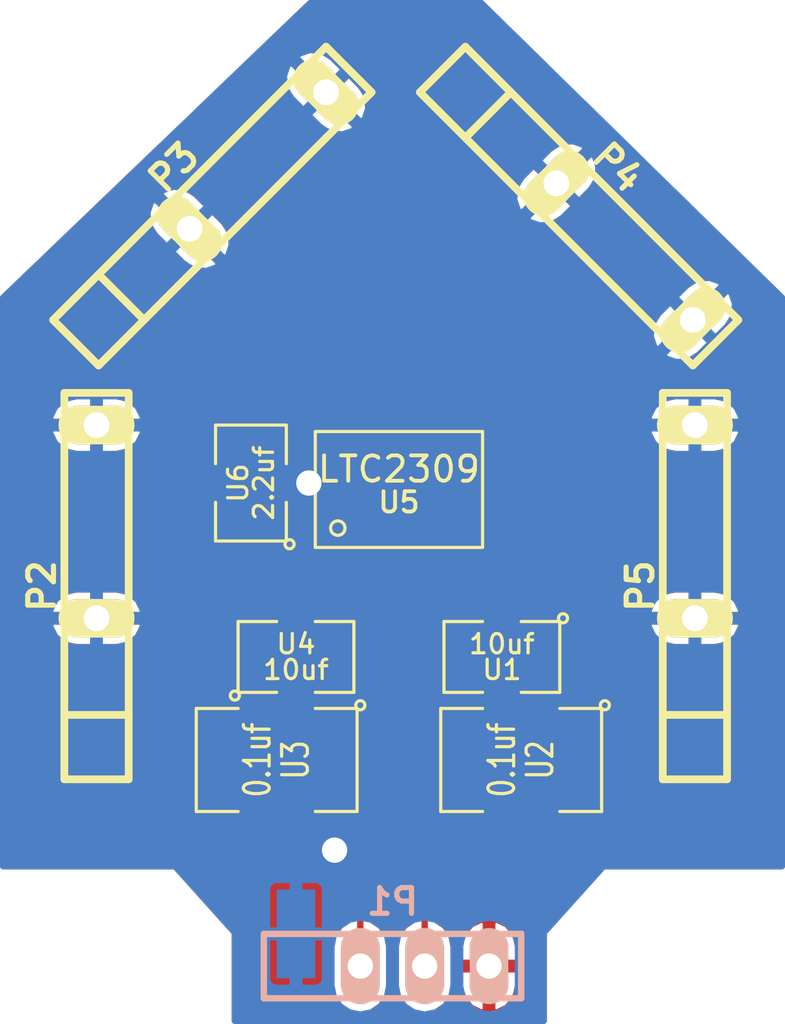
<source format=kicad_pcb>
(kicad_pcb (version 3) (host pcbnew "(2013-07-07 BZR 4022)-stable")

  (general
    (links 44)
    (no_connects 0)
    (area 18.288 15.748 49.276001 56.134001)
    (thickness 1.6)
    (drawings 0)
    (tracks 74)
    (zones 0)
    (modules 11)
    (nets 15)
  )

  (page User 150.012 110.007)
  (layers
    (15 F.Cu signal)
    (0 B.Cu signal)
    (16 B.Adhes user)
    (17 F.Adhes user)
    (18 B.Paste user)
    (19 F.Paste user)
    (20 B.SilkS user)
    (21 F.SilkS user)
    (22 B.Mask user)
    (23 F.Mask user)
    (24 Dwgs.User user)
    (25 Cmts.User user)
    (26 Eco1.User user)
    (27 Eco2.User user)
    (28 Edge.Cuts user)
  )

  (setup
    (last_trace_width 0.254)
    (trace_clearance 0.254)
    (zone_clearance 0.254)
    (zone_45_only no)
    (trace_min 0.254)
    (segment_width 0.2)
    (edge_width 0.1)
    (via_size 2)
    (via_drill 1)
    (via_min_size 0.889)
    (via_min_drill 0.508)
    (uvia_size 2)
    (uvia_drill 1)
    (uvias_allowed no)
    (uvia_min_size 0.508)
    (uvia_min_drill 0.127)
    (pcb_text_width 0.3)
    (pcb_text_size 1.5 1.5)
    (mod_edge_width 0.15)
    (mod_text_size 1 1)
    (mod_text_width 0.15)
    (pad_size 1.524 3.5)
    (pad_drill 0)
    (pad_to_mask_clearance 0)
    (aux_axis_origin 0 0)
    (visible_elements 7FFFFFFF)
    (pcbplotparams
      (layerselection 12615681)
      (usegerberextensions false)
      (excludeedgelayer true)
      (linewidth 0.150000)
      (plotframeref false)
      (viasonmask true)
      (mode 1)
      (useauxorigin false)
      (hpglpennumber 1)
      (hpglpenspeed 20)
      (hpglpendiameter 15)
      (hpglpenoverlay 2)
      (psnegative false)
      (psa4output false)
      (plotreference true)
      (plotvalue true)
      (plotothertext true)
      (plotinvisibletext false)
      (padsonsilk false)
      (subtractmaskfromsilk false)
      (outputformat 2)
      (mirror false)
      (drillshape 2)
      (scaleselection 1)
      (outputdirectory ""))
  )

  (net 0 "")
  (net 1 +5V)
  (net 2 GND)
  (net 3 N-000001)
  (net 4 N-0000011)
  (net 5 N-0000012)
  (net 6 N-000002)
  (net 7 N-000003)
  (net 8 N-000004)
  (net 9 N-000005)
  (net 10 N-000006)
  (net 11 N-000007)
  (net 12 N-000008)
  (net 13 SCL)
  (net 14 SDA)

  (net_class Default "This is the default net class."
    (clearance 0.254)
    (trace_width 0.254)
    (via_dia 2)
    (via_drill 1)
    (uvia_dia 2)
    (uvia_drill 1)
    (add_net "")
    (add_net +5V)
    (add_net GND)
    (add_net N-000001)
    (add_net N-0000011)
    (add_net N-0000012)
    (add_net N-000002)
    (add_net N-000003)
    (add_net N-000004)
    (add_net N-000005)
    (add_net N-000006)
    (add_net N-000007)
    (add_net N-000008)
    (add_net SCL)
    (add_net SDA)
  )

  (module tssop-20 (layer F.Cu) (tedit 536F7D0D) (tstamp 536F7969)
    (at 34.036 35.052)
    (descr TSSOP-20)
    (path /536F77E4)
    (attr smd)
    (fp_text reference U5 (at 0 0.508) (layer F.SilkS)
      (effects (font (size 0.8001 0.8001) (thickness 0.14986)))
    )
    (fp_text value LTC2309 (at 0 -0.8001) (layer F.SilkS)
      (effects (font (size 1.00076 1.00076) (thickness 0.14986)))
    )
    (fp_line (start 3.302 -2.286) (end -3.302 -2.286) (layer F.SilkS) (width 0.127))
    (fp_line (start -3.302 -2.286) (end -3.302 2.286) (layer F.SilkS) (width 0.127))
    (fp_line (start -3.302 2.286) (end 3.302 2.286) (layer F.SilkS) (width 0.127))
    (fp_line (start 3.302 2.286) (end 3.302 -2.286) (layer F.SilkS) (width 0.127))
    (fp_circle (center -2.413 1.524) (end -2.54 1.778) (layer F.SilkS) (width 0.127))
    (pad 5 smd rect (at -0.32512 2.79908) (size 0.4191 1.47066)
      (layers F.Cu F.Paste F.Mask)
      (net 2 GND)
    )
    (pad 6 smd rect (at 0.32512 2.79908) (size 0.4191 1.47066)
      (layers F.Cu F.Paste F.Mask)
      (net 13 SCL)
    )
    (pad 7 smd rect (at 0.97536 2.79908) (size 0.4191 1.47066)
      (layers F.Cu F.Paste F.Mask)
      (net 14 SDA)
    )
    (pad 8 smd rect (at 1.6256 2.79908) (size 0.4191 1.47066)
      (layers F.Cu F.Paste F.Mask)
      (net 2 GND)
    )
    (pad 19 smd rect (at -2.26568 -2.794) (size 0.4191 1.47066)
      (layers F.Cu F.Paste F.Mask)
      (net 2 GND)
    )
    (pad 2 smd rect (at -2.27584 2.79908) (size 0.4191 1.47066)
      (layers F.Cu F.Paste F.Mask)
      (net 2 GND)
    )
    (pad 3 smd rect (at -1.6256 2.79908) (size 0.4191 1.47066)
      (layers F.Cu F.Paste F.Mask)
      (net 1 +5V)
    )
    (pad 4 smd rect (at -0.97536 2.79908) (size 0.4191 1.47066)
      (layers F.Cu F.Paste F.Mask)
      (net 2 GND)
    )
    (pad 12 smd rect (at 2.27584 -2.79908) (size 0.4191 1.47066)
      (layers F.Cu F.Paste F.Mask)
      (net 11 N-000007)
    )
    (pad 13 smd rect (at 1.6256 -2.79908) (size 0.4191 1.47066)
      (layers F.Cu F.Paste F.Mask)
      (net 10 N-000006)
    )
    (pad 14 smd rect (at 0.97536 -2.79908) (size 0.4191 1.47066)
      (layers F.Cu F.Paste F.Mask)
      (net 6 N-000002)
    )
    (pad 15 smd rect (at 0.32512 -2.79908) (size 0.4191 1.47066)
      (layers F.Cu F.Paste F.Mask)
      (net 9 N-000005)
    )
    (pad 16 smd rect (at -0.32512 -2.79908) (size 0.4191 1.47066)
      (layers F.Cu F.Paste F.Mask)
      (net 8 N-000004)
    )
    (pad 17 smd rect (at -0.97536 -2.79908) (size 0.4191 1.47066)
      (layers F.Cu F.Paste F.Mask)
      (net 7 N-000003)
    )
    (pad 9 smd rect (at 2.27584 2.79908) (size 0.4191 1.47066)
      (layers F.Cu F.Paste F.Mask)
      (net 2 GND)
    )
    (pad 18 smd rect (at -1.6256 -2.794) (size 0.4191 1.47066)
      (layers F.Cu F.Paste F.Mask)
      (net 5 N-0000012)
    )
    (pad 1 smd rect (at -2.92608 2.79908) (size 0.4191 1.47066)
      (layers F.Cu F.Paste F.Mask)
      (net 4 N-0000011)
    )
    (pad 10 smd rect (at 2.92608 2.79908) (size 0.4191 1.47066)
      (layers F.Cu F.Paste F.Mask)
      (net 1 +5V)
    )
    (pad 11 smd rect (at 2.92608 -2.79908) (size 0.4191 1.47066)
      (layers F.Cu F.Paste F.Mask)
      (net 3 N-000001)
    )
    (pad 20 smd rect (at -2.92608 -2.79908) (size 0.4191 1.47066)
      (layers F.Cu F.Paste F.Mask)
      (net 12 N-000008)
    )
    (model smd/smd_dil/tssop-20.wrl
      (at (xyz 0 0 0))
      (scale (xyz 1 1 1))
      (rotate (xyz 0 0 0))
    )
  )

  (module SM1812 (layer F.Cu) (tedit 3D638E5E) (tstamp 536F7976)
    (at 38.862 45.72 180)
    (tags "CMS SM")
    (path /536F7800)
    (attr smd)
    (fp_text reference U2 (at -0.74676 0 270) (layer F.SilkS)
      (effects (font (size 1.016 0.762) (thickness 0.127)))
    )
    (fp_text value 0.1uf (at 0.762 0 270) (layer F.SilkS)
      (effects (font (size 1.016 0.762) (thickness 0.127)))
    )
    (fp_circle (center -3.302 2.159) (end -3.175 2.032) (layer F.SilkS) (width 0.127))
    (fp_line (start 1.524 2.032) (end 3.175 2.032) (layer F.SilkS) (width 0.127))
    (fp_line (start 3.175 2.032) (end 3.175 -2.032) (layer F.SilkS) (width 0.127))
    (fp_line (start 3.175 -2.032) (end 1.524 -2.032) (layer F.SilkS) (width 0.127))
    (fp_line (start -1.524 -2.032) (end -3.175 -2.032) (layer F.SilkS) (width 0.127))
    (fp_line (start -3.175 -2.032) (end -3.175 2.032) (layer F.SilkS) (width 0.127))
    (fp_line (start -3.175 2.032) (end -1.524 2.032) (layer F.SilkS) (width 0.127))
    (pad 1 smd rect (at -2.286 0 180) (size 1.397 3.81)
      (layers F.Cu F.Paste F.Mask)
      (net 1 +5V)
    )
    (pad 2 smd rect (at 2.286 0 180) (size 1.397 3.81)
      (layers F.Cu F.Paste F.Mask)
      (net 2 GND)
    )
    (model smd/chip_cms.wrl
      (at (xyz 0 0 0))
      (scale (xyz 0.21 0.3 0.2))
      (rotate (xyz 0 0 0))
    )
  )

  (module SM1812 (layer F.Cu) (tedit 3D638E5E) (tstamp 536F7983)
    (at 29.21 45.72 180)
    (tags "CMS SM")
    (path /536F7802)
    (attr smd)
    (fp_text reference U3 (at -0.74676 0 270) (layer F.SilkS)
      (effects (font (size 1.016 0.762) (thickness 0.127)))
    )
    (fp_text value 0.1uf (at 0.762 0 270) (layer F.SilkS)
      (effects (font (size 1.016 0.762) (thickness 0.127)))
    )
    (fp_circle (center -3.302 2.159) (end -3.175 2.032) (layer F.SilkS) (width 0.127))
    (fp_line (start 1.524 2.032) (end 3.175 2.032) (layer F.SilkS) (width 0.127))
    (fp_line (start 3.175 2.032) (end 3.175 -2.032) (layer F.SilkS) (width 0.127))
    (fp_line (start 3.175 -2.032) (end 1.524 -2.032) (layer F.SilkS) (width 0.127))
    (fp_line (start -1.524 -2.032) (end -3.175 -2.032) (layer F.SilkS) (width 0.127))
    (fp_line (start -3.175 -2.032) (end -3.175 2.032) (layer F.SilkS) (width 0.127))
    (fp_line (start -3.175 2.032) (end -1.524 2.032) (layer F.SilkS) (width 0.127))
    (pad 1 smd rect (at -2.286 0 180) (size 1.397 3.81)
      (layers F.Cu F.Paste F.Mask)
      (net 2 GND)
    )
    (pad 2 smd rect (at 2.286 0 180) (size 1.397 3.81)
      (layers F.Cu F.Paste F.Mask)
      (net 4 N-0000011)
    )
    (model smd/chip_cms.wrl
      (at (xyz 0 0 0))
      (scale (xyz 0.21 0.3 0.2))
      (rotate (xyz 0 0 0))
    )
  )

  (module SM1210 (layer F.Cu) (tedit 42806E94) (tstamp 536F7990)
    (at 38.1 41.656 180)
    (tags "CMS SM")
    (path /536F77E6)
    (attr smd)
    (fp_text reference U1 (at 0 -0.508 180) (layer F.SilkS)
      (effects (font (size 0.762 0.762) (thickness 0.127)))
    )
    (fp_text value 10uf (at 0 0.508 180) (layer F.SilkS)
      (effects (font (size 0.762 0.762) (thickness 0.127)))
    )
    (fp_circle (center -2.413 1.524) (end -2.286 1.397) (layer F.SilkS) (width 0.127))
    (fp_line (start -0.762 -1.397) (end -2.286 -1.397) (layer F.SilkS) (width 0.127))
    (fp_line (start -2.286 -1.397) (end -2.286 1.397) (layer F.SilkS) (width 0.127))
    (fp_line (start -2.286 1.397) (end -0.762 1.397) (layer F.SilkS) (width 0.127))
    (fp_line (start 0.762 1.397) (end 2.286 1.397) (layer F.SilkS) (width 0.127))
    (fp_line (start 2.286 1.397) (end 2.286 -1.397) (layer F.SilkS) (width 0.127))
    (fp_line (start 2.286 -1.397) (end 0.762 -1.397) (layer F.SilkS) (width 0.127))
    (pad 1 smd rect (at -1.524 0 180) (size 1.27 2.54)
      (layers F.Cu F.Paste F.Mask)
      (net 1 +5V)
    )
    (pad 2 smd rect (at 1.524 0 180) (size 1.27 2.54)
      (layers F.Cu F.Paste F.Mask)
      (net 2 GND)
    )
    (model smd/chip_cms.wrl
      (at (xyz 0 0 0))
      (scale (xyz 0.17 0.2 0.17))
      (rotate (xyz 0 0 0))
    )
  )

  (module SM1210 (layer F.Cu) (tedit 42806E94) (tstamp 536F799D)
    (at 29.972 41.656)
    (tags "CMS SM")
    (path /536F7801)
    (attr smd)
    (fp_text reference U4 (at 0 -0.508) (layer F.SilkS)
      (effects (font (size 0.762 0.762) (thickness 0.127)))
    )
    (fp_text value 10uf (at 0 0.508) (layer F.SilkS)
      (effects (font (size 0.762 0.762) (thickness 0.127)))
    )
    (fp_circle (center -2.413 1.524) (end -2.286 1.397) (layer F.SilkS) (width 0.127))
    (fp_line (start -0.762 -1.397) (end -2.286 -1.397) (layer F.SilkS) (width 0.127))
    (fp_line (start -2.286 -1.397) (end -2.286 1.397) (layer F.SilkS) (width 0.127))
    (fp_line (start -2.286 1.397) (end -0.762 1.397) (layer F.SilkS) (width 0.127))
    (fp_line (start 0.762 1.397) (end 2.286 1.397) (layer F.SilkS) (width 0.127))
    (fp_line (start 2.286 1.397) (end 2.286 -1.397) (layer F.SilkS) (width 0.127))
    (fp_line (start 2.286 -1.397) (end 0.762 -1.397) (layer F.SilkS) (width 0.127))
    (pad 1 smd rect (at -1.524 0) (size 1.27 2.54)
      (layers F.Cu F.Paste F.Mask)
      (net 4 N-0000011)
    )
    (pad 2 smd rect (at 1.524 0) (size 1.27 2.54)
      (layers F.Cu F.Paste F.Mask)
      (net 2 GND)
    )
    (model smd/chip_cms.wrl
      (at (xyz 0 0 0))
      (scale (xyz 0.17 0.2 0.17))
      (rotate (xyz 0 0 0))
    )
  )

  (module SM1210 (layer F.Cu) (tedit 42806E94) (tstamp 536F79AA)
    (at 28.194 34.798 90)
    (tags "CMS SM")
    (path /536F7803)
    (attr smd)
    (fp_text reference U6 (at 0 -0.508 90) (layer F.SilkS)
      (effects (font (size 0.762 0.762) (thickness 0.127)))
    )
    (fp_text value 2.2uf (at 0 0.508 90) (layer F.SilkS)
      (effects (font (size 0.762 0.762) (thickness 0.127)))
    )
    (fp_circle (center -2.413 1.524) (end -2.286 1.397) (layer F.SilkS) (width 0.127))
    (fp_line (start -0.762 -1.397) (end -2.286 -1.397) (layer F.SilkS) (width 0.127))
    (fp_line (start -2.286 -1.397) (end -2.286 1.397) (layer F.SilkS) (width 0.127))
    (fp_line (start -2.286 1.397) (end -0.762 1.397) (layer F.SilkS) (width 0.127))
    (fp_line (start 0.762 1.397) (end 2.286 1.397) (layer F.SilkS) (width 0.127))
    (fp_line (start 2.286 1.397) (end 2.286 -1.397) (layer F.SilkS) (width 0.127))
    (fp_line (start 2.286 -1.397) (end 0.762 -1.397) (layer F.SilkS) (width 0.127))
    (pad 1 smd rect (at -1.524 0 90) (size 1.27 2.54)
      (layers F.Cu F.Paste F.Mask)
      (net 2 GND)
    )
    (pad 2 smd rect (at 1.524 0 90) (size 1.27 2.54)
      (layers F.Cu F.Paste F.Mask)
      (net 12 N-000008)
    )
    (model smd/chip_cms.wrl
      (at (xyz 0 0 0))
      (scale (xyz 0.17 0.2 0.17))
      (rotate (xyz 0 0 0))
    )
  )

  (module PIN_ARRAY-6X1_MIXED (layer F.Cu) (tedit 5376F556) (tstamp 536F79C5)
    (at 22.098 38.862 90)
    (descr "Connecteur 6 pins")
    (tags "CONN DEV")
    (path /536F77E7)
    (fp_text reference P2 (at 0 -2.159 90) (layer F.SilkS)
      (effects (font (size 1.016 1.016) (thickness 0.2032)))
    )
    (fp_text value ACH67 (at 0 2.159 90) (layer F.SilkS) hide
      (effects (font (size 1.016 0.889) (thickness 0.2032)))
    )
    (fp_line (start -7.62 1.27) (end -7.62 -1.27) (layer F.SilkS) (width 0.3048))
    (fp_line (start -7.62 -1.27) (end 7.62 -1.27) (layer F.SilkS) (width 0.3048))
    (fp_line (start 7.62 -1.27) (end 7.62 1.27) (layer F.SilkS) (width 0.3048))
    (fp_line (start 7.62 1.27) (end -7.62 1.27) (layer F.SilkS) (width 0.3048))
    (fp_line (start -5.08 1.27) (end -5.08 -1.27) (layer F.SilkS) (width 0.3048))
    (pad 1 smd rect (at -6.35 1.27 90) (size 1.524 3)
      (layers F.Cu F.Paste F.Mask)
      (net 1 +5V)
    )
    (pad 2 smd rect (at -3.81 -1.27 90) (size 1.524 3)
      (layers F.Cu F.Paste F.Mask)
      (net 5 N-0000012)
    )
    (pad 3 thru_hole oval (at -1.27 0 90) (size 1.524 3) (drill 1.016)
      (layers *.Cu *.Mask F.SilkS)
      (net 2 GND)
    )
    (pad 4 smd rect (at 1.27 -1.27 90) (size 1.524 3)
      (layers F.Cu F.Paste F.Mask)
      (net 1 +5V)
    )
    (pad 5 smd rect (at 3.81 1.27 90) (size 1.524 3)
      (layers F.Cu F.Paste F.Mask)
      (net 7 N-000003)
    )
    (pad 6 thru_hole oval (at 6.35 0 90) (size 1.524 3) (drill 1.016)
      (layers *.Cu *.Mask F.SilkS)
      (net 2 GND)
    )
    (model pin_array/pins_array_6x1.wrl
      (at (xyz 0 0 0))
      (scale (xyz 1 1 1))
      (rotate (xyz 0 0 0))
    )
  )

  (module PIN_ARRAY-6X1_MIXED (layer F.Cu) (tedit 5376F556) (tstamp 536F79D4)
    (at 26.67 23.876 45)
    (descr "Connecteur 6 pins")
    (tags "CONN DEV")
    (path /536F77E8)
    (fp_text reference P3 (at 0 -2.159 45) (layer F.SilkS)
      (effects (font (size 1.016 1.016) (thickness 0.2032)))
    )
    (fp_text value ACH45 (at 0 2.159 45) (layer F.SilkS) hide
      (effects (font (size 1.016 0.889) (thickness 0.2032)))
    )
    (fp_line (start -7.62 1.27) (end -7.62 -1.27) (layer F.SilkS) (width 0.3048))
    (fp_line (start -7.62 -1.27) (end 7.62 -1.27) (layer F.SilkS) (width 0.3048))
    (fp_line (start 7.62 -1.27) (end 7.62 1.27) (layer F.SilkS) (width 0.3048))
    (fp_line (start 7.62 1.27) (end -7.62 1.27) (layer F.SilkS) (width 0.3048))
    (fp_line (start -5.08 1.27) (end -5.08 -1.27) (layer F.SilkS) (width 0.3048))
    (pad 1 smd rect (at -6.35 1.27 45) (size 1.524 3)
      (layers F.Cu F.Paste F.Mask)
      (net 1 +5V)
    )
    (pad 2 smd rect (at -3.81 -1.27 45) (size 1.524 3)
      (layers F.Cu F.Paste F.Mask)
      (net 8 N-000004)
    )
    (pad 3 thru_hole oval (at -1.27 0 45) (size 1.524 3) (drill 1.016)
      (layers *.Cu *.Mask F.SilkS)
      (net 2 GND)
    )
    (pad 4 smd rect (at 1.27 -1.27 45) (size 1.524 3)
      (layers F.Cu F.Paste F.Mask)
      (net 1 +5V)
    )
    (pad 5 smd rect (at 3.81 1.27 45) (size 1.524 3)
      (layers F.Cu F.Paste F.Mask)
      (net 9 N-000005)
    )
    (pad 6 thru_hole oval (at 6.35 0 45) (size 1.524 3) (drill 1.016)
      (layers *.Cu *.Mask F.SilkS)
      (net 2 GND)
    )
    (model pin_array/pins_array_6x1.wrl
      (at (xyz 0 0 0))
      (scale (xyz 1 1 1))
      (rotate (xyz 0 0 0))
    )
  )

  (module PIN_ARRAY-6X1_MIXED (layer F.Cu) (tedit 5376F556) (tstamp 536F79E3)
    (at 41.148 23.876 315)
    (descr "Connecteur 6 pins")
    (tags "CONN DEV")
    (path /536F77E9)
    (fp_text reference P4 (at 0 -2.159 315) (layer F.SilkS)
      (effects (font (size 1.016 1.016) (thickness 0.2032)))
    )
    (fp_text value ACH23 (at 0 2.159 315) (layer F.SilkS) hide
      (effects (font (size 1.016 0.889) (thickness 0.2032)))
    )
    (fp_line (start -7.62 1.27) (end -7.62 -1.27) (layer F.SilkS) (width 0.3048))
    (fp_line (start -7.62 -1.27) (end 7.62 -1.27) (layer F.SilkS) (width 0.3048))
    (fp_line (start 7.62 -1.27) (end 7.62 1.27) (layer F.SilkS) (width 0.3048))
    (fp_line (start 7.62 1.27) (end -7.62 1.27) (layer F.SilkS) (width 0.3048))
    (fp_line (start -5.08 1.27) (end -5.08 -1.27) (layer F.SilkS) (width 0.3048))
    (pad 1 smd rect (at -6.35 1.27 315) (size 1.524 3)
      (layers F.Cu F.Paste F.Mask)
      (net 1 +5V)
    )
    (pad 2 smd rect (at -3.81 -1.27 315) (size 1.524 3)
      (layers F.Cu F.Paste F.Mask)
      (net 6 N-000002)
    )
    (pad 3 thru_hole oval (at -1.27 0 315) (size 1.524 3) (drill 1.016)
      (layers *.Cu *.Mask F.SilkS)
      (net 2 GND)
    )
    (pad 4 smd rect (at 1.27 -1.27 315) (size 1.524 3)
      (layers F.Cu F.Paste F.Mask)
      (net 1 +5V)
    )
    (pad 5 smd rect (at 3.81 1.27 315) (size 1.524 3)
      (layers F.Cu F.Paste F.Mask)
      (net 10 N-000006)
    )
    (pad 6 thru_hole oval (at 6.35 0 315) (size 1.524 3) (drill 1.016)
      (layers *.Cu *.Mask F.SilkS)
      (net 2 GND)
    )
    (model pin_array/pins_array_6x1.wrl
      (at (xyz 0 0 0))
      (scale (xyz 1 1 1))
      (rotate (xyz 0 0 0))
    )
  )

  (module PIN_ARRAY-6X1_MIXED (layer F.Cu) (tedit 5376F556) (tstamp 536F79F2)
    (at 45.72 38.862 90)
    (descr "Connecteur 6 pins")
    (tags "CONN DEV")
    (path /536F77EA)
    (fp_text reference P5 (at 0 -2.159 90) (layer F.SilkS)
      (effects (font (size 1.016 1.016) (thickness 0.2032)))
    )
    (fp_text value ACH01 (at 0 2.159 90) (layer F.SilkS) hide
      (effects (font (size 1.016 0.889) (thickness 0.2032)))
    )
    (fp_line (start -7.62 1.27) (end -7.62 -1.27) (layer F.SilkS) (width 0.3048))
    (fp_line (start -7.62 -1.27) (end 7.62 -1.27) (layer F.SilkS) (width 0.3048))
    (fp_line (start 7.62 -1.27) (end 7.62 1.27) (layer F.SilkS) (width 0.3048))
    (fp_line (start 7.62 1.27) (end -7.62 1.27) (layer F.SilkS) (width 0.3048))
    (fp_line (start -5.08 1.27) (end -5.08 -1.27) (layer F.SilkS) (width 0.3048))
    (pad 1 smd rect (at -6.35 1.27 90) (size 1.524 3)
      (layers F.Cu F.Paste F.Mask)
      (net 1 +5V)
    )
    (pad 2 smd rect (at -3.81 -1.27 90) (size 1.524 3)
      (layers F.Cu F.Paste F.Mask)
      (net 11 N-000007)
    )
    (pad 3 thru_hole oval (at -1.27 0 90) (size 1.524 3) (drill 1.016)
      (layers *.Cu *.Mask F.SilkS)
      (net 2 GND)
    )
    (pad 4 smd rect (at 1.27 -1.27 90) (size 1.524 3)
      (layers F.Cu F.Paste F.Mask)
      (net 1 +5V)
    )
    (pad 5 smd rect (at 3.81 1.27 90) (size 1.524 3)
      (layers F.Cu F.Paste F.Mask)
      (net 3 N-000001)
    )
    (pad 6 thru_hole oval (at 6.35 0 90) (size 1.524 3) (drill 1.016)
      (layers *.Cu *.Mask F.SilkS)
      (net 2 GND)
    )
    (model pin_array/pins_array_6x1.wrl
      (at (xyz 0 0 0))
      (scale (xyz 1 1 1))
      (rotate (xyz 0 0 0))
    )
  )

  (module PIN_ARRAY_4x1_MIXED_INV (layer B.Cu) (tedit 537701B0) (tstamp 536F79B6)
    (at 33.782 53.848 180)
    (descr "Double rangee de contacts 2 x 5 pins")
    (tags CONN)
    (path /536F7B09)
    (fp_text reference P1 (at 0 2.54 180) (layer B.SilkS)
      (effects (font (size 1.016 1.016) (thickness 0.2032)) (justify mirror))
    )
    (fp_text value CONN_4 (at 0 -2.54 180) (layer B.SilkS) hide
      (effects (font (size 1.016 1.016) (thickness 0.2032)) (justify mirror))
    )
    (fp_line (start 5.08 -1.27) (end -5.08 -1.27) (layer B.SilkS) (width 0.254))
    (fp_line (start 5.08 1.27) (end -5.08 1.27) (layer B.SilkS) (width 0.254))
    (fp_line (start -5.08 1.27) (end -5.08 -1.27) (layer B.SilkS) (width 0.254))
    (fp_line (start 5.08 -1.27) (end 5.08 1.27) (layer B.SilkS) (width 0.254))
    (pad 1 thru_hole oval (at -3.81 0 180) (size 1.524 3) (drill 1)
      (layers *.Cu *.Mask B.SilkS)
      (net 1 +5V)
    )
    (pad 2 thru_hole oval (at -1.27 0 180) (size 1.524 3) (drill 1)
      (layers *.Cu *.Mask B.SilkS)
      (net 14 SDA)
    )
    (pad 3 thru_hole oval (at 1.27 0 180) (size 1.524 3) (drill 1)
      (layers *.Cu *.Mask B.SilkS)
      (net 13 SCL)
    )
    (pad 4 smd rect (at 3.81 1.27 180) (size 1.524 3.5)
      (layers B.Cu B.Paste B.Mask)
      (net 2 GND)
    )
    (model pin_array\pins_array_4x1.wrl
      (at (xyz 0 0 0))
      (scale (xyz 1 1 1))
      (rotate (xyz 0 0 0))
    )
  )

  (segment (start 31.77032 34.798) (end 30.48 34.798) (width 0.254) (layer F.Cu) (net 2))
  (via (at 30.48 34.798) (size 2) (layers F.Cu B.Cu) (net 2))
  (segment (start 36.31184 37.85108) (end 36.31184 36.31184) (width 0.254) (layer F.Cu) (net 2))
  (segment (start 33.71088 36.39312) (end 33.71088 37.85108) (width 0.254) (layer F.Cu) (net 2) (tstamp 537717B6))
  (segment (start 34.29 35.814) (end 33.71088 36.39312) (width 0.254) (layer F.Cu) (net 2) (tstamp 537717B5))
  (segment (start 35.814 35.814) (end 34.29 35.814) (width 0.254) (layer F.Cu) (net 2) (tstamp 537717B4))
  (segment (start 36.31184 36.31184) (end 35.814 35.814) (width 0.254) (layer F.Cu) (net 2) (tstamp 537717B3))
  (segment (start 31.496 45.72) (end 31.496 48.006) (width 0.254) (layer F.Cu) (net 2))
  (via (at 31.496 49.276) (size 2) (layers F.Cu B.Cu) (net 2))
  (segment (start 31.496 48.006) (end 31.496 49.276) (width 0.254) (layer F.Cu) (net 2) (tstamp 5377179B))
  (segment (start 31.77032 32.258) (end 31.77032 34.798) (width 0.254) (layer F.Cu) (net 2))
  (segment (start 31.77032 34.798) (end 31.77032 36.576) (width 0.254) (layer F.Cu) (net 2) (tstamp 537717B8))
  (segment (start 31.77032 36.576) (end 31.76016 36.58616) (width 0.254) (layer F.Cu) (net 2) (tstamp 53771774))
  (segment (start 28.194 36.322) (end 31.496 36.322) (width 0.254) (layer F.Cu) (net 2))
  (segment (start 31.76016 36.58616) (end 31.76016 37.85108) (width 0.254) (layer F.Cu) (net 2) (tstamp 5377176F))
  (segment (start 31.496 36.322) (end 31.76016 36.58616) (width 0.254) (layer F.Cu) (net 2) (tstamp 5377176E))
  (segment (start 36.576 45.72) (end 36.576 41.656) (width 0.254) (layer F.Cu) (net 2))
  (segment (start 36.31184 37.85108) (end 35.6616 37.85108) (width 0.254) (layer F.Cu) (net 2))
  (segment (start 36.576 41.656) (end 36.576 39.878) (width 0.254) (layer F.Cu) (net 2))
  (segment (start 36.31184 39.61384) (end 36.31184 37.85108) (width 0.254) (layer F.Cu) (net 2) (tstamp 536F7F13))
  (segment (start 36.576 39.878) (end 36.31184 39.61384) (width 0.254) (layer F.Cu) (net 2) (tstamp 536F7F12))
  (segment (start 33.06064 37.85108) (end 33.71088 37.85108) (width 0.254) (layer F.Cu) (net 2))
  (segment (start 31.496 41.656) (end 32.004 41.656) (width 0.254) (layer F.Cu) (net 2))
  (segment (start 33.06064 40.59936) (end 33.06064 37.85108) (width 0.254) (layer F.Cu) (net 2) (tstamp 536F7F08))
  (segment (start 32.004 41.656) (end 33.06064 40.59936) (width 0.254) (layer F.Cu) (net 2) (tstamp 536F7F07))
  (segment (start 31.496 45.72) (end 31.496 41.656) (width 0.254) (layer F.Cu) (net 2) (tstamp 536F7F02))
  (segment (start 31.496 41.656) (end 31.76016 41.39184) (width 0.254) (layer F.Cu) (net 2) (tstamp 536F7F03))
  (segment (start 31.76016 41.39184) (end 31.76016 37.85108) (width 0.254) (layer F.Cu) (net 2) (tstamp 536F7F04))
  (segment (start 36.96208 32.25292) (end 40.88892 32.25292) (width 0.254) (layer F.Cu) (net 3))
  (segment (start 43.688 35.052) (end 46.99 35.052) (width 0.254) (layer F.Cu) (net 3) (tstamp 53771722))
  (segment (start 40.88892 32.25292) (end 43.688 35.052) (width 0.254) (layer F.Cu) (net 3) (tstamp 53771720))
  (segment (start 28.448 41.656) (end 30.988 39.116) (width 0.254) (layer F.Cu) (net 4))
  (segment (start 30.988 37.973) (end 31.10992 37.85108) (width 0.254) (layer F.Cu) (net 4) (tstamp 536F7F27))
  (segment (start 30.988 39.116) (end 30.988 37.973) (width 0.254) (layer F.Cu) (net 4) (tstamp 536F7F26))
  (segment (start 26.924 45.72) (end 26.924 43.18) (width 0.254) (layer F.Cu) (net 4))
  (segment (start 26.924 43.18) (end 28.448 41.656) (width 0.254) (layer F.Cu) (net 4) (tstamp 536F7F23))
  (segment (start 32.4104 32.258) (end 32.4104 31.1404) (width 0.254) (layer F.Cu) (net 5))
  (segment (start 23.876 42.672) (end 20.828 42.672) (width 0.254) (layer F.Cu) (net 5) (tstamp 53771750))
  (segment (start 25.654 40.894) (end 23.876 42.672) (width 0.254) (layer F.Cu) (net 5) (tstamp 5377174E))
  (segment (start 25.654 32.512) (end 25.654 40.894) (width 0.254) (layer F.Cu) (net 5) (tstamp 5377174C))
  (segment (start 27.178 30.988) (end 25.654 32.512) (width 0.254) (layer F.Cu) (net 5) (tstamp 5377174A))
  (segment (start 32.258 30.988) (end 27.178 30.988) (width 0.254) (layer F.Cu) (net 5) (tstamp 53771749))
  (segment (start 32.4104 31.1404) (end 32.258 30.988) (width 0.254) (layer F.Cu) (net 5) (tstamp 53771748))
  (segment (start 35.01136 32.25292) (end 35.01136 24.624487) (width 0.254) (layer F.Cu) (net 6))
  (segment (start 35.01136 24.624487) (end 39.351949 20.283898) (width 0.254) (layer F.Cu) (net 6) (tstamp 53771717))
  (segment (start 33.06064 32.25292) (end 33.06064 30.52064) (width 0.254) (layer F.Cu) (net 7))
  (segment (start 24.384 34.036) (end 23.368 35.052) (width 0.254) (layer F.Cu) (net 7) (tstamp 53771759))
  (segment (start 24.384 32.004) (end 24.384 34.036) (width 0.254) (layer F.Cu) (net 7) (tstamp 53771757))
  (segment (start 26.416 29.972) (end 24.384 32.004) (width 0.254) (layer F.Cu) (net 7) (tstamp 53771755))
  (segment (start 32.512 29.972) (end 26.416 29.972) (width 0.254) (layer F.Cu) (net 7) (tstamp 53771754))
  (segment (start 33.06064 30.52064) (end 32.512 29.972) (width 0.254) (layer F.Cu) (net 7) (tstamp 53771753))
  (segment (start 33.71088 32.25292) (end 33.71088 29.90088) (width 0.254) (layer F.Cu) (net 8))
  (segment (start 26.107847 28.702) (end 23.077898 25.672051) (width 0.254) (layer F.Cu) (net 8) (tstamp 53771714))
  (segment (start 32.512 28.702) (end 26.107847 28.702) (width 0.254) (layer F.Cu) (net 8) (tstamp 53771712))
  (segment (start 33.71088 29.90088) (end 32.512 28.702) (width 0.254) (layer F.Cu) (net 8) (tstamp 53771710))
  (segment (start 34.36112 32.25292) (end 34.36112 26.178967) (width 0.254) (layer F.Cu) (net 9))
  (segment (start 34.36112 26.178967) (end 30.262102 22.079949) (width 0.254) (layer F.Cu) (net 9) (tstamp 5377170D))
  (segment (start 35.6616 32.25292) (end 35.6616 29.8704) (width 0.254) (layer F.Cu) (net 10))
  (segment (start 41.456153 28.956) (end 42.944051 27.468102) (width 0.254) (layer F.Cu) (net 10) (tstamp 5377171D))
  (segment (start 36.576 28.956) (end 41.456153 28.956) (width 0.254) (layer F.Cu) (net 10) (tstamp 5377171C))
  (segment (start 35.6616 29.8704) (end 36.576 28.956) (width 0.254) (layer F.Cu) (net 10) (tstamp 5377171A))
  (segment (start 36.31184 32.25292) (end 36.31184 33.51784) (width 0.254) (layer F.Cu) (net 11))
  (segment (start 41.91 40.132) (end 44.45 42.672) (width 0.254) (layer F.Cu) (net 11) (tstamp 5377172B))
  (segment (start 41.91 35.56) (end 41.91 40.132) (width 0.254) (layer F.Cu) (net 11) (tstamp 53771729))
  (segment (start 40.386 34.036) (end 41.91 35.56) (width 0.254) (layer F.Cu) (net 11) (tstamp 53771727))
  (segment (start 36.83 34.036) (end 40.386 34.036) (width 0.254) (layer F.Cu) (net 11) (tstamp 53771726))
  (segment (start 36.31184 33.51784) (end 36.83 34.036) (width 0.254) (layer F.Cu) (net 11) (tstamp 53771725))
  (segment (start 31.10992 32.25292) (end 29.21508 32.25292) (width 0.254) (layer F.Cu) (net 12))
  (segment (start 29.21508 32.25292) (end 28.194 33.274) (width 0.254) (layer F.Cu) (net 12) (tstamp 53771771))
  (segment (start 32.512 53.848) (end 32.512 51.562) (width 0.254) (layer F.Cu) (net 13) (status 400000))
  (segment (start 34.36112 49.71288) (end 34.36112 37.85108) (width 0.254) (layer F.Cu) (net 13) (tstamp 5377022B) (status 800000))
  (segment (start 32.512 51.562) (end 34.36112 49.71288) (width 0.254) (layer F.Cu) (net 13) (tstamp 53770229))
  (segment (start 35.052 53.848) (end 35.052 37.89172) (width 0.254) (layer F.Cu) (net 14) (status C00000))
  (segment (start 35.052 37.89172) (end 35.01136 37.85108) (width 0.254) (layer F.Cu) (net 14) (tstamp 53770227) (status C00000))

  (zone (net 2) (net_name GND) (layer B.Cu) (tstamp 536F814C) (hatch edge 0.508)
    (connect_pads (clearance 0.254))
    (min_thickness 0.254)
    (fill (arc_segments 16) (thermal_gap 0.254) (thermal_bridge_width 0.508))
    (polygon
      (pts
        (xy 49.276 50.038) (xy 42.164 50.038) (xy 39.878 52.578) (xy 39.878 56.134) (xy 27.432 56.134)
        (xy 27.432 52.578) (xy 25.146 50.038) (xy 18.288 50.038) (xy 18.288 27.432) (xy 30.48 15.748)
        (xy 37.338 15.748) (xy 49.276 27.432)
      )
    )
    (filled_polygon
      (pts
        (xy 49.149 49.911) (xy 47.56007 49.911) (xy 47.56007 40.435134) (xy 47.56007 39.828866) (xy 47.56007 32.815134)
        (xy 47.56007 32.208866) (xy 47.356026 31.793579) (xy 47.302973 31.748919) (xy 47.302973 27.717283) (xy 47.153602 27.27935)
        (xy 46.985183 27.198678) (xy 46.805578 27.378283) (xy 46.805578 27.019073) (xy 46.724906 26.850654) (xy 46.286973 26.701283)
        (xy 45.839898 26.739688) (xy 45.441552 26.946258) (xy 44.919708 27.468102) (xy 45.638128 28.186523) (xy 46.805578 27.019073)
        (xy 46.805578 27.378283) (xy 45.817733 28.366128) (xy 46.536154 29.084548) (xy 47.057998 28.562704) (xy 47.264568 28.164358)
        (xy 47.302973 27.717283) (xy 47.302973 31.748919) (xy 47.01274 31.504606) (xy 46.585 31.369) (xy 46.356548 31.369)
        (xy 46.356548 29.264154) (xy 45.638128 28.545733) (xy 45.458523 28.725338) (xy 45.458523 28.366128) (xy 44.740102 27.647708)
        (xy 44.218258 28.169552) (xy 44.011688 28.567898) (xy 43.973283 29.014973) (xy 44.122654 29.452906) (xy 44.291073 29.533578)
        (xy 45.458523 28.366128) (xy 45.458523 28.725338) (xy 44.470678 29.713183) (xy 44.55135 29.881602) (xy 44.989283 30.030973)
        (xy 45.436358 29.992568) (xy 45.834704 29.785998) (xy 46.356548 29.264154) (xy 46.356548 31.369) (xy 45.847 31.369)
        (xy 45.847 32.385) (xy 47.498024 32.385) (xy 47.56007 32.208866) (xy 47.56007 32.815134) (xy 47.498024 32.639)
        (xy 45.847 32.639) (xy 45.847 33.655) (xy 46.585 33.655) (xy 47.01274 33.519394) (xy 47.356026 33.230421)
        (xy 47.56007 32.815134) (xy 47.56007 39.828866) (xy 47.356026 39.413579) (xy 47.01274 39.124606) (xy 46.585 38.989)
        (xy 45.847 38.989) (xy 45.847 40.005) (xy 47.498024 40.005) (xy 47.56007 39.828866) (xy 47.56007 40.435134)
        (xy 47.498024 40.259) (xy 45.847 40.259) (xy 45.847 41.275) (xy 46.585 41.275) (xy 47.01274 41.139394)
        (xy 47.356026 40.850421) (xy 47.56007 40.435134) (xy 47.56007 49.911) (xy 45.593 49.911) (xy 45.593 41.275)
        (xy 45.593 40.259) (xy 45.593 40.005) (xy 45.593 38.989) (xy 45.593 33.655) (xy 45.593 32.639)
        (xy 45.593 32.385) (xy 45.593 31.369) (xy 44.855 31.369) (xy 44.42726 31.504606) (xy 44.083974 31.793579)
        (xy 43.87993 32.208866) (xy 43.941976 32.385) (xy 45.593 32.385) (xy 45.593 32.639) (xy 43.941976 32.639)
        (xy 43.87993 32.815134) (xy 44.083974 33.230421) (xy 44.42726 33.519394) (xy 44.855 33.655) (xy 45.593 33.655)
        (xy 45.593 38.989) (xy 44.855 38.989) (xy 44.42726 39.124606) (xy 44.083974 39.413579) (xy 43.87993 39.828866)
        (xy 43.941976 40.005) (xy 45.593 40.005) (xy 45.593 40.259) (xy 43.941976 40.259) (xy 43.87993 40.435134)
        (xy 44.083974 40.850421) (xy 44.42726 41.139394) (xy 44.855 41.275) (xy 45.593 41.275) (xy 45.593 49.911)
        (xy 42.107439 49.911) (xy 41.914819 50.125022) (xy 41.914819 22.329129) (xy 41.765448 21.891196) (xy 41.597029 21.810524)
        (xy 41.417424 21.990129) (xy 41.417424 21.630919) (xy 41.336752 21.4625) (xy 40.898819 21.313129) (xy 40.451744 21.351534)
        (xy 40.053398 21.558104) (xy 39.531554 22.079948) (xy 40.249974 22.798369) (xy 41.417424 21.630919) (xy 41.417424 21.990129)
        (xy 40.429579 22.977974) (xy 41.148 23.696394) (xy 41.669844 23.17455) (xy 41.876414 22.776204) (xy 41.914819 22.329129)
        (xy 41.914819 50.125022) (xy 40.968394 51.176605) (xy 40.968394 23.876) (xy 40.249974 23.157579) (xy 40.070369 23.337184)
        (xy 40.070369 22.977974) (xy 39.351948 22.259554) (xy 38.830104 22.781398) (xy 38.623534 23.179744) (xy 38.585129 23.626819)
        (xy 38.7345 24.064752) (xy 38.902919 24.145424) (xy 40.070369 22.977974) (xy 40.070369 23.337184) (xy 39.082524 24.325029)
        (xy 39.163196 24.493448) (xy 39.601129 24.642819) (xy 40.048204 24.604414) (xy 40.44655 24.397844) (xy 40.968394 23.876)
        (xy 40.968394 51.176605) (xy 39.751 52.529266) (xy 39.751 56.007) (xy 38.735 56.007) (xy 38.735 54.62285)
        (xy 38.735 53.07315) (xy 38.647994 52.635743) (xy 38.400223 52.264927) (xy 38.029407 52.017156) (xy 37.592 51.93015)
        (xy 37.154593 52.017156) (xy 36.783777 52.264927) (xy 36.536006 52.635743) (xy 36.449 53.07315) (xy 36.449 54.62285)
        (xy 36.536006 55.060257) (xy 36.783777 55.431073) (xy 37.154593 55.678844) (xy 37.592 55.76585) (xy 38.029407 55.678844)
        (xy 38.400223 55.431073) (xy 38.647994 55.060257) (xy 38.735 54.62285) (xy 38.735 56.007) (xy 36.195 56.007)
        (xy 36.195 54.62285) (xy 36.195 53.07315) (xy 36.107994 52.635743) (xy 35.860223 52.264927) (xy 35.489407 52.017156)
        (xy 35.052 51.93015) (xy 34.614593 52.017156) (xy 34.243777 52.264927) (xy 33.996006 52.635743) (xy 33.909 53.07315)
        (xy 33.909 54.62285) (xy 33.996006 55.060257) (xy 34.243777 55.431073) (xy 34.614593 55.678844) (xy 35.052 55.76585)
        (xy 35.489407 55.678844) (xy 35.860223 55.431073) (xy 36.107994 55.060257) (xy 36.195 54.62285) (xy 36.195 56.007)
        (xy 33.655 56.007) (xy 33.655 54.62285) (xy 33.655 53.07315) (xy 33.567994 52.635743) (xy 33.320223 52.264927)
        (xy 32.949407 52.017156) (xy 32.824973 51.992404) (xy 32.824973 20.034717) (xy 32.786568 19.587642) (xy 32.579998 19.189296)
        (xy 32.058154 18.667452) (xy 31.878548 18.847057) (xy 31.878548 18.487846) (xy 31.356704 17.966002) (xy 30.958358 17.759432)
        (xy 30.511283 17.721027) (xy 30.07335 17.870398) (xy 29.992678 18.038817) (xy 31.160128 19.206267) (xy 31.878548 18.487846)
        (xy 31.878548 18.847057) (xy 31.339733 19.385872) (xy 32.507183 20.553322) (xy 32.675602 20.47265) (xy 32.824973 20.034717)
        (xy 32.824973 51.992404) (xy 32.512 51.93015) (xy 32.327578 51.966833) (xy 32.327578 20.732927) (xy 31.160128 19.565477)
        (xy 30.980523 19.745082) (xy 30.980523 19.385872) (xy 29.813073 18.218422) (xy 29.644654 18.299094) (xy 29.495283 18.737027)
        (xy 29.533688 19.184102) (xy 29.740258 19.582448) (xy 30.262102 20.104292) (xy 30.980523 19.385872) (xy 30.980523 19.745082)
        (xy 30.441708 20.283898) (xy 30.963552 20.805742) (xy 31.361898 21.012312) (xy 31.808973 21.050717) (xy 32.246906 20.901346)
        (xy 32.327578 20.732927) (xy 32.327578 51.966833) (xy 32.074593 52.017156) (xy 31.703777 52.264927) (xy 31.456006 52.635743)
        (xy 31.369 53.07315) (xy 31.369 54.62285) (xy 31.456006 55.060257) (xy 31.703777 55.431073) (xy 32.074593 55.678844)
        (xy 32.512 55.76585) (xy 32.949407 55.678844) (xy 33.320223 55.431073) (xy 33.567994 55.060257) (xy 33.655 54.62285)
        (xy 33.655 56.007) (xy 31.115066 56.007) (xy 31.115066 54.252547) (xy 31.115066 50.903453) (xy 31.114934 50.751882)
        (xy 31.056808 50.611899) (xy 30.949537 50.504816) (xy 30.809453 50.446934) (xy 30.19425 50.447) (xy 30.099 50.54225)
        (xy 30.099 52.451) (xy 31.01975 52.451) (xy 31.115 52.35575) (xy 31.115066 50.903453) (xy 31.115066 54.252547)
        (xy 31.115 52.80025) (xy 31.01975 52.705) (xy 30.099 52.705) (xy 30.099 54.61375) (xy 30.19425 54.709)
        (xy 30.809453 54.709066) (xy 30.949537 54.651184) (xy 31.056808 54.544101) (xy 31.114934 54.404118) (xy 31.115066 54.252547)
        (xy 31.115066 56.007) (xy 29.845 56.007) (xy 29.845 54.61375) (xy 29.845 52.705) (xy 29.845 52.451)
        (xy 29.845 50.54225) (xy 29.74975 50.447) (xy 29.134547 50.446934) (xy 28.994463 50.504816) (xy 28.887192 50.611899)
        (xy 28.829066 50.751882) (xy 28.828934 50.903453) (xy 28.829 52.35575) (xy 28.92425 52.451) (xy 29.845 52.451)
        (xy 29.845 52.705) (xy 28.92425 52.705) (xy 28.829 52.80025) (xy 28.828934 54.252547) (xy 28.829066 54.404118)
        (xy 28.887192 54.544101) (xy 28.994463 54.651184) (xy 29.134547 54.709066) (xy 29.74975 54.709) (xy 29.845 54.61375)
        (xy 29.845 56.007) (xy 27.559 56.007) (xy 27.559 52.529266) (xy 27.436819 52.393509) (xy 27.436819 25.422871)
        (xy 27.398414 24.975796) (xy 27.191844 24.57745) (xy 26.67 24.055606) (xy 26.490394 24.235211) (xy 26.490394 23.876)
        (xy 25.96855 23.354156) (xy 25.570204 23.147586) (xy 25.123129 23.109181) (xy 24.685196 23.258552) (xy 24.604524 23.426971)
        (xy 25.771974 24.594421) (xy 26.490394 23.876) (xy 26.490394 24.235211) (xy 25.951579 24.774026) (xy 27.119029 25.941476)
        (xy 27.287448 25.860804) (xy 27.436819 25.422871) (xy 27.436819 52.393509) (xy 26.939424 51.840848) (xy 26.939424 26.121081)
        (xy 25.771974 24.953631) (xy 25.592369 25.133236) (xy 25.592369 24.774026) (xy 24.424919 23.606576) (xy 24.2565 23.687248)
        (xy 24.107129 24.125181) (xy 24.145534 24.572256) (xy 24.352104 24.970602) (xy 24.873948 25.492446) (xy 25.592369 24.774026)
        (xy 25.592369 25.133236) (xy 25.053554 25.672052) (xy 25.575398 26.193896) (xy 25.973744 26.400466) (xy 26.420819 26.438871)
        (xy 26.858752 26.2895) (xy 26.939424 26.121081) (xy 26.939424 51.840848) (xy 25.202561 49.911) (xy 23.93807 49.911)
        (xy 23.93807 40.435134) (xy 23.93807 39.828866) (xy 23.93807 32.815134) (xy 23.93807 32.208866) (xy 23.734026 31.793579)
        (xy 23.39074 31.504606) (xy 22.963 31.369) (xy 22.225 31.369) (xy 22.225 32.385) (xy 23.876024 32.385)
        (xy 23.93807 32.208866) (xy 23.93807 32.815134) (xy 23.876024 32.639) (xy 22.225 32.639) (xy 22.225 33.655)
        (xy 22.963 33.655) (xy 23.39074 33.519394) (xy 23.734026 33.230421) (xy 23.93807 32.815134) (xy 23.93807 39.828866)
        (xy 23.734026 39.413579) (xy 23.39074 39.124606) (xy 22.963 38.989) (xy 22.225 38.989) (xy 22.225 40.005)
        (xy 23.876024 40.005) (xy 23.93807 39.828866) (xy 23.93807 40.435134) (xy 23.876024 40.259) (xy 22.225 40.259)
        (xy 22.225 41.275) (xy 22.963 41.275) (xy 23.39074 41.139394) (xy 23.734026 40.850421) (xy 23.93807 40.435134)
        (xy 23.93807 49.911) (xy 21.971 49.911) (xy 21.971 41.275) (xy 21.971 40.259) (xy 21.971 40.005)
        (xy 21.971 38.989) (xy 21.971 33.655) (xy 21.971 32.639) (xy 21.971 32.385) (xy 21.971 31.369)
        (xy 21.233 31.369) (xy 20.80526 31.504606) (xy 20.461974 31.793579) (xy 20.25793 32.208866) (xy 20.319976 32.385)
        (xy 21.971 32.385) (xy 21.971 32.639) (xy 20.319976 32.639) (xy 20.25793 32.815134) (xy 20.461974 33.230421)
        (xy 20.80526 33.519394) (xy 21.233 33.655) (xy 21.971 33.655) (xy 21.971 38.989) (xy 21.233 38.989)
        (xy 20.80526 39.124606) (xy 20.461974 39.413579) (xy 20.25793 39.828866) (xy 20.319976 40.005) (xy 21.971 40.005)
        (xy 21.971 40.259) (xy 20.319976 40.259) (xy 20.25793 40.435134) (xy 20.461974 40.850421) (xy 20.80526 41.139394)
        (xy 21.233 41.275) (xy 21.971 41.275) (xy 21.971 49.911) (xy 18.415 49.911) (xy 18.415 27.486195)
        (xy 30.531029 15.875) (xy 37.286193 15.875) (xy 49.149 27.485407) (xy 49.149 49.911)
      )
    )
  )
  (zone (net 1) (net_name +5V) (layer F.Cu) (tstamp 536F7D73) (hatch edge 0.508)
    (connect_pads (clearance 0.254))
    (min_thickness 0.254)
    (fill (arc_segments 16) (thermal_gap 0.254) (thermal_bridge_width 0.508))
    (polygon
      (pts
        (xy 49.276 50.038) (xy 42.164 50.038) (xy 39.878 52.578) (xy 39.878 56.134) (xy 27.432 56.134)
        (xy 27.432 52.578) (xy 25.146 50.038) (xy 18.288 50.038) (xy 18.288 27.432) (xy 30.48 15.748)
        (xy 37.338 15.748) (xy 49.276 27.432)
      )
    )
    (filled_polygon
      (pts
        (xy 49.149 49.911) (xy 48.871066 49.911) (xy 48.871066 46.049453) (xy 48.871066 44.374547) (xy 48.813184 44.234463)
        (xy 48.706101 44.127192) (xy 48.566118 44.069066) (xy 48.414547 44.068934) (xy 47.63785 44.068976) (xy 47.63785 40.132)
        (xy 47.550844 39.694593) (xy 47.303073 39.323777) (xy 46.932257 39.076006) (xy 46.49485 38.989) (xy 46.331066 38.989)
        (xy 46.331066 38.429453) (xy 46.331066 36.754547) (xy 46.273184 36.614463) (xy 46.166101 36.507192) (xy 46.026118 36.449066)
        (xy 45.874547 36.448934) (xy 44.67225 36.449) (xy 44.577 36.54425) (xy 44.577 37.465) (xy 46.23575 37.465)
        (xy 46.331 37.36975) (xy 46.331066 36.754547) (xy 46.331066 38.429453) (xy 46.331 37.81425) (xy 46.23575 37.719)
        (xy 44.577 37.719) (xy 44.577 38.63975) (xy 44.67225 38.735) (xy 45.874547 38.735066) (xy 46.026118 38.734934)
        (xy 46.166101 38.676808) (xy 46.273184 38.569537) (xy 46.331066 38.429453) (xy 46.331066 38.989) (xy 44.94515 38.989)
        (xy 44.507743 39.076006) (xy 44.323 39.199447) (xy 44.323 38.63975) (xy 44.323 37.719) (xy 44.323 37.465)
        (xy 44.323 36.54425) (xy 44.22775 36.449) (xy 43.025453 36.448934) (xy 42.873882 36.449066) (xy 42.733899 36.507192)
        (xy 42.626816 36.614463) (xy 42.568934 36.754547) (xy 42.569 37.36975) (xy 42.66425 37.465) (xy 44.323 37.465)
        (xy 44.323 37.719) (xy 42.66425 37.719) (xy 42.569 37.81425) (xy 42.568934 38.429453) (xy 42.626816 38.569537)
        (xy 42.733899 38.676808) (xy 42.873882 38.734934) (xy 43.025453 38.735066) (xy 44.22775 38.735) (xy 44.323 38.63975)
        (xy 44.323 39.199447) (xy 44.136927 39.323777) (xy 43.889156 39.694593) (xy 43.80215 40.132) (xy 43.889156 40.569407)
        (xy 44.136927 40.940223) (xy 44.507743 41.187994) (xy 44.94515 41.275) (xy 46.49485 41.275) (xy 46.932257 41.187994)
        (xy 47.303073 40.940223) (xy 47.550844 40.569407) (xy 47.63785 40.132) (xy 47.63785 44.068976) (xy 47.21225 44.069)
        (xy 47.117 44.16425) (xy 47.117 45.085) (xy 48.77575 45.085) (xy 48.871 44.98975) (xy 48.871066 44.374547)
        (xy 48.871066 46.049453) (xy 48.871 45.43425) (xy 48.77575 45.339) (xy 47.117 45.339) (xy 47.117 46.25975)
        (xy 47.21225 46.355) (xy 48.414547 46.355066) (xy 48.566118 46.354934) (xy 48.706101 46.296808) (xy 48.813184 46.189537)
        (xy 48.871066 46.049453) (xy 48.871066 49.911) (xy 46.863 49.911) (xy 46.863 46.25975) (xy 46.863 45.339)
        (xy 46.863 45.085) (xy 46.863 44.16425) (xy 46.76775 44.069) (xy 45.565453 44.068934) (xy 45.413882 44.069066)
        (xy 45.273899 44.127192) (xy 45.166816 44.234463) (xy 45.108934 44.374547) (xy 45.109 44.98975) (xy 45.20425 45.085)
        (xy 46.863 45.085) (xy 46.863 45.339) (xy 45.20425 45.339) (xy 45.109 45.43425) (xy 45.108934 46.049453)
        (xy 45.166816 46.189537) (xy 45.273899 46.296808) (xy 45.413882 46.354934) (xy 45.565453 46.355066) (xy 46.76775 46.355)
        (xy 46.863 46.25975) (xy 46.863 49.911) (xy 42.227566 49.911) (xy 42.227566 47.549547) (xy 42.227566 43.890453)
        (xy 42.227434 43.738882) (xy 42.169308 43.598899) (xy 42.062037 43.491816) (xy 41.921953 43.433934) (xy 41.37025 43.434)
        (xy 41.275 43.52925) (xy 41.275 45.593) (xy 42.13225 45.593) (xy 42.2275 45.49775) (xy 42.227566 43.890453)
        (xy 42.227566 47.549547) (xy 42.2275 45.94225) (xy 42.13225 45.847) (xy 41.275 45.847) (xy 41.275 47.91075)
        (xy 41.37025 48.006) (xy 41.921953 48.006066) (xy 42.062037 47.948184) (xy 42.169308 47.841101) (xy 42.227434 47.701118)
        (xy 42.227566 47.549547) (xy 42.227566 49.911) (xy 42.107439 49.911) (xy 41.021 51.118154) (xy 41.021 47.91075)
        (xy 41.021 45.847) (xy 41.021 45.593) (xy 41.021 43.52925) (xy 40.92575 43.434) (xy 40.640066 43.433965)
        (xy 40.640066 42.850547) (xy 40.640066 40.461453) (xy 40.639934 40.309882) (xy 40.581808 40.169899) (xy 40.474537 40.062816)
        (xy 40.334453 40.004934) (xy 39.84625 40.005) (xy 39.751 40.10025) (xy 39.751 41.529) (xy 40.54475 41.529)
        (xy 40.64 41.43375) (xy 40.640066 40.461453) (xy 40.640066 42.850547) (xy 40.64 41.87825) (xy 40.54475 41.783)
        (xy 39.751 41.783) (xy 39.751 43.21175) (xy 39.84625 43.307) (xy 40.334453 43.307066) (xy 40.474537 43.249184)
        (xy 40.581808 43.142101) (xy 40.639934 43.002118) (xy 40.640066 42.850547) (xy 40.640066 43.433965) (xy 40.374047 43.433934)
        (xy 40.233963 43.491816) (xy 40.126692 43.598899) (xy 40.068566 43.738882) (xy 40.068434 43.890453) (xy 40.0685 45.49775)
        (xy 40.16375 45.593) (xy 41.021 45.593) (xy 41.021 45.847) (xy 40.16375 45.847) (xy 40.0685 45.94225)
        (xy 40.068434 47.549547) (xy 40.068566 47.701118) (xy 40.126692 47.841101) (xy 40.233963 47.948184) (xy 40.374047 48.006066)
        (xy 40.92575 48.006) (xy 41.021 47.91075) (xy 41.021 51.118154) (xy 39.751 52.529266) (xy 39.751 56.007)
        (xy 39.497 56.007) (xy 39.497 43.21175) (xy 39.497 41.783) (xy 39.497 41.529) (xy 39.497 40.10025)
        (xy 39.40175 40.005) (xy 38.913547 40.004934) (xy 38.773463 40.062816) (xy 38.666192 40.169899) (xy 38.608066 40.309882)
        (xy 38.607934 40.461453) (xy 38.608 41.43375) (xy 38.70325 41.529) (xy 39.497 41.529) (xy 39.497 41.783)
        (xy 38.70325 41.783) (xy 38.608 41.87825) (xy 38.607934 42.850547) (xy 38.608066 43.002118) (xy 38.666192 43.142101)
        (xy 38.773463 43.249184) (xy 38.913547 43.307066) (xy 39.40175 43.307) (xy 39.497 43.21175) (xy 39.497 56.007)
        (xy 38.735 56.007) (xy 38.735 54.713) (xy 38.735 53.975) (xy 38.735 53.721) (xy 38.735 52.983)
        (xy 38.599394 52.55526) (xy 38.310421 52.211974) (xy 37.895134 52.00793) (xy 37.719 52.069976) (xy 37.719 53.721)
        (xy 38.735 53.721) (xy 38.735 53.975) (xy 37.719 53.975) (xy 37.719 55.626024) (xy 37.895134 55.68807)
        (xy 38.310421 55.484026) (xy 38.599394 55.14074) (xy 38.735 54.713) (xy 38.735 56.007) (xy 37.465 56.007)
        (xy 37.465 55.626024) (xy 37.465 53.975) (xy 37.465 53.721) (xy 37.465 52.069976) (xy 37.288866 52.00793)
        (xy 36.873579 52.211974) (xy 36.584606 52.55526) (xy 36.449 52.983) (xy 36.449 53.721) (xy 37.465 53.721)
        (xy 37.465 53.975) (xy 36.449 53.975) (xy 36.449 54.713) (xy 36.584606 55.14074) (xy 36.873579 55.484026)
        (xy 37.288866 55.68807) (xy 37.465 55.626024) (xy 37.465 56.007) (xy 27.559 56.007) (xy 27.559 52.529266)
        (xy 25.249066 49.962672) (xy 25.249066 46.049453) (xy 25.249066 44.374547) (xy 25.191184 44.234463) (xy 25.084101 44.127192)
        (xy 24.944118 44.069066) (xy 24.792547 44.068934) (xy 23.59025 44.069) (xy 23.495 44.16425) (xy 23.495 45.085)
        (xy 25.15375 45.085) (xy 25.249 44.98975) (xy 25.249066 44.374547) (xy 25.249066 46.049453) (xy 25.249 45.43425)
        (xy 25.15375 45.339) (xy 23.495 45.339) (xy 23.495 46.25975) (xy 23.59025 46.355) (xy 24.792547 46.355066)
        (xy 24.944118 46.354934) (xy 25.084101 46.296808) (xy 25.191184 46.189537) (xy 25.249066 46.049453) (xy 25.249066 49.962672)
        (xy 25.202561 49.911) (xy 23.241 49.911) (xy 23.241 46.25975) (xy 23.241 45.339) (xy 23.241 45.085)
        (xy 23.241 44.16425) (xy 23.14575 44.069) (xy 21.943453 44.068934) (xy 21.791882 44.069066) (xy 21.651899 44.127192)
        (xy 21.544816 44.234463) (xy 21.486934 44.374547) (xy 21.487 44.98975) (xy 21.58225 45.085) (xy 23.241 45.085)
        (xy 23.241 45.339) (xy 21.58225 45.339) (xy 21.487 45.43425) (xy 21.486934 46.049453) (xy 21.544816 46.189537)
        (xy 21.651899 46.296808) (xy 21.791882 46.354934) (xy 21.943453 46.355066) (xy 23.14575 46.355) (xy 23.241 46.25975)
        (xy 23.241 49.911) (xy 18.415 49.911) (xy 18.415 27.486195) (xy 24.695757 21.467135) (xy 24.689591 21.481986)
        (xy 24.689458 21.633557) (xy 24.74734 21.773642) (xy 24.854423 21.880912) (xy 25.704622 22.731018) (xy 25.839326 22.731018)
        (xy 26.490395 22.079949) (xy 26.476252 22.065806) (xy 26.655857 21.886201) (xy 26.67 21.900344) (xy 27.321069 21.249275)
        (xy 27.321069 21.114571) (xy 26.470963 20.264372) (xy 26.363693 20.157289) (xy 26.223608 20.099407) (xy 26.12286 20.099495)
        (xy 30.531029 15.875) (xy 37.286193 15.875) (xy 39.776542 18.312363) (xy 39.658256 18.361238) (xy 39.550986 18.468321)
        (xy 37.740388 20.278919) (xy 37.740388 19.837506) (xy 37.740255 19.685935) (xy 37.682129 19.545952) (xy 37.247068 19.110985)
        (xy 37.112364 19.110985) (xy 36.932759 19.29059) (xy 36.932759 18.93138) (xy 36.932759 18.796676) (xy 36.497792 18.361615)
        (xy 36.357809 18.303489) (xy 36.206238 18.303356) (xy 36.066153 18.361238) (xy 35.958883 18.468321) (xy 35.108777 19.31852)
        (xy 35.108777 19.453224) (xy 35.759846 20.104293) (xy 36.932759 18.93138) (xy 36.932759 19.29059) (xy 35.939451 20.283898)
        (xy 36.59052 20.934967) (xy 36.725224 20.934967) (xy 37.575423 20.084861) (xy 37.682506 19.977591) (xy 37.740388 19.837506)
        (xy 37.740388 20.278919) (xy 37.429666 20.589642) (xy 37.37154 20.729625) (xy 37.371407 20.881196) (xy 37.429289 21.02128)
        (xy 37.536372 21.12855) (xy 37.662624 21.254802) (xy 36.410915 22.506511) (xy 36.410915 21.249276) (xy 36.410915 21.114572)
        (xy 35.759846 20.463503) (xy 35.580241 20.643108) (xy 35.580241 20.283898) (xy 34.929172 19.632829) (xy 34.794468 19.632829)
        (xy 33.944269 20.482935) (xy 33.837186 20.590205) (xy 33.779304 20.73029) (xy 33.779437 20.881861) (xy 33.837563 21.021844)
        (xy 34.272624 21.456811) (xy 34.407328 21.456811) (xy 35.580241 20.283898) (xy 35.580241 20.643108) (xy 34.586933 21.636416)
        (xy 34.586933 21.77112) (xy 35.0219 22.206181) (xy 35.161883 22.264307) (xy 35.313454 22.26444) (xy 35.453539 22.206558)
        (xy 35.560809 22.099475) (xy 36.410915 21.249276) (xy 36.410915 22.506511) (xy 34.65215 24.265277) (xy 34.542029 24.430084)
        (xy 34.50336 24.624487) (xy 34.50336 25.602786) (xy 32.851029 23.950455) (xy 32.851029 19.933773) (xy 32.764023 19.496366)
        (xy 32.516252 19.12555) (xy 31.420449 18.029747) (xy 31.049633 17.781976) (xy 30.612226 17.69497) (xy 30.174819 17.781976)
        (xy 29.804003 18.029747) (xy 29.556232 18.400563) (xy 29.469226 18.83797) (xy 29.556232 19.275377) (xy 29.804003 19.646193)
        (xy 30.899806 20.741996) (xy 31.270622 20.989767) (xy 31.708029 21.076773) (xy 32.145436 20.989767) (xy 32.516252 20.741996)
        (xy 32.764023 20.37118) (xy 32.851029 19.933773) (xy 32.851029 23.950455) (xy 31.951426 23.050853) (xy 32.184385 22.817895)
        (xy 32.242511 22.677912) (xy 32.242644 22.526341) (xy 32.184762 22.386256) (xy 32.077679 22.278986) (xy 29.956358 20.157666)
        (xy 29.816375 20.09954) (xy 29.664804 20.099407) (xy 29.52472 20.157289) (xy 29.41745 20.264372) (xy 28.339819 21.342003)
        (xy 28.281693 21.481986) (xy 28.28156 21.633557) (xy 28.339442 21.773642) (xy 28.446525 21.880912) (xy 30.567846 24.002232)
        (xy 30.707829 24.060358) (xy 30.8594 24.060491) (xy 30.999484 24.002609) (xy 31.106754 23.895526) (xy 31.233006 23.769273)
        (xy 33.85312 26.389387) (xy 33.85312 29.3247) (xy 32.87121 28.34279) (xy 32.706403 28.232669) (xy 32.512 28.194)
        (xy 28.650542 28.194) (xy 28.650542 22.526341) (xy 28.59266 22.386256) (xy 28.485577 22.278986) (xy 27.635378 21.42888)
        (xy 27.500674 21.42888) (xy 26.849605 22.079949) (xy 28.022518 23.252862) (xy 28.157222 23.252862) (xy 28.592283 22.817895)
        (xy 28.650409 22.677912) (xy 28.650542 22.526341) (xy 28.650542 28.194) (xy 27.842913 28.194) (xy 27.842913 23.567171)
        (xy 27.842913 23.432467) (xy 26.67 22.259554) (xy 26.018931 22.910623) (xy 26.018931 23.045327) (xy 26.869037 23.895526)
        (xy 26.976307 24.002609) (xy 27.116392 24.060491) (xy 27.267963 24.060358) (xy 27.407946 24.002232) (xy 27.842913 23.567171)
        (xy 27.842913 28.194) (xy 27.462875 28.194) (xy 27.462875 25.321927) (xy 27.375869 24.88452) (xy 27.128098 24.513704)
        (xy 26.032295 23.417901) (xy 25.661479 23.17013) (xy 25.224072 23.083124) (xy 24.786665 23.17013) (xy 24.415849 23.417901)
        (xy 24.168078 23.788717) (xy 24.081072 24.226124) (xy 24.168078 24.663531) (xy 24.415849 25.034347) (xy 25.511652 26.13015)
        (xy 25.882468 26.377921) (xy 26.319875 26.464927) (xy 26.757282 26.377921) (xy 27.128098 26.13015) (xy 27.375869 25.759334)
        (xy 27.462875 25.321927) (xy 27.462875 28.194) (xy 26.318267 28.194) (xy 24.767222 26.642955) (xy 25.000181 26.409997)
        (xy 25.058307 26.270014) (xy 25.05844 26.118443) (xy 25.000558 25.978358) (xy 24.893475 25.871088) (xy 22.772154 23.749768)
        (xy 22.632171 23.691642) (xy 22.4806 23.691509) (xy 22.340516 23.749391) (xy 22.233246 23.856474) (xy 21.155615 24.934105)
        (xy 21.097489 25.074088) (xy 21.097356 25.225659) (xy 21.155238 25.365744) (xy 21.262321 25.473014) (xy 23.383642 27.594334)
        (xy 23.523625 27.65246) (xy 23.675196 27.652593) (xy 23.81528 27.594711) (xy 23.92255 27.487628) (xy 24.048802 27.361375)
        (xy 25.748636 29.06121) (xy 25.748637 29.06121) (xy 25.858757 29.13479) (xy 25.913443 29.17133) (xy 25.913444 29.171331)
        (xy 26.107846 29.209999) (xy 26.107847 29.21) (xy 32.30158 29.21) (xy 32.5664 29.47482) (xy 32.512 29.464)
        (xy 26.416 29.464) (xy 26.221597 29.502669) (xy 26.16691 29.539209) (xy 26.056789 29.61279) (xy 25.05844 30.611139)
        (xy 25.05844 29.710546) (xy 25.000558 29.570461) (xy 24.893475 29.463191) (xy 24.043276 28.613085) (xy 23.908572 28.613085)
        (xy 23.728967 28.79269) (xy 23.728967 28.43348) (xy 23.728967 28.298776) (xy 22.878861 27.448577) (xy 22.771591 27.341494)
        (xy 22.631506 27.283612) (xy 22.479935 27.283745) (xy 22.339952 27.341871) (xy 21.904985 27.776932) (xy 21.904985 27.911636)
        (xy 23.077898 29.084549) (xy 23.728967 28.43348) (xy 23.728967 28.79269) (xy 23.257503 29.264154) (xy 24.430416 30.437067)
        (xy 24.56512 30.437067) (xy 25.000181 30.0021) (xy 25.058307 29.862117) (xy 25.05844 29.710546) (xy 25.05844 30.611139)
        (xy 24.250811 31.418768) (xy 24.250811 30.751376) (xy 24.250811 30.616672) (xy 23.077898 29.443759) (xy 22.898293 29.623364)
        (xy 22.898293 29.264154) (xy 21.72538 28.091241) (xy 21.590676 28.091241) (xy 21.155615 28.526208) (xy 21.097489 28.666191)
        (xy 21.097356 28.817762) (xy 21.155238 28.957847) (xy 21.262321 29.065117) (xy 22.11252 29.915223) (xy 22.247224 29.915223)
        (xy 22.898293 29.264154) (xy 22.898293 29.623364) (xy 22.426829 30.094828) (xy 22.426829 30.229532) (xy 23.276935 31.079731)
        (xy 23.384205 31.186814) (xy 23.52429 31.244696) (xy 23.675861 31.244563) (xy 23.815844 31.186437) (xy 24.250811 30.751376)
        (xy 24.250811 31.418768) (xy 24.02479 31.64479) (xy 23.914669 31.809597) (xy 23.877301 31.997454) (xy 23.681073 31.703777)
        (xy 23.310257 31.456006) (xy 22.87285 31.369) (xy 21.32315 31.369) (xy 20.885743 31.456006) (xy 20.514927 31.703777)
        (xy 20.267156 32.074593) (xy 20.18015 32.512) (xy 20.267156 32.949407) (xy 20.514927 33.320223) (xy 20.885743 33.567994)
        (xy 21.32315 33.655) (xy 22.87285 33.655) (xy 23.310257 33.567994) (xy 23.681073 33.320223) (xy 23.876 33.028493)
        (xy 23.876 33.825579) (xy 23.792645 33.908934) (xy 21.792547 33.908934) (xy 21.652463 33.966816) (xy 21.545192 34.073899)
        (xy 21.487066 34.213882) (xy 21.486934 34.365453) (xy 21.486934 35.889453) (xy 21.544816 36.029537) (xy 21.651899 36.136808)
        (xy 21.791882 36.194934) (xy 21.943453 36.195066) (xy 24.943453 36.195066) (xy 25.083537 36.137184) (xy 25.146 36.07483)
        (xy 25.146 40.683579) (xy 24.01585 41.813729) (xy 24.01585 40.132) (xy 23.928844 39.694593) (xy 23.681073 39.323777)
        (xy 23.310257 39.076006) (xy 22.87285 38.989) (xy 22.709066 38.989) (xy 22.709066 38.429453) (xy 22.709066 36.754547)
        (xy 22.651184 36.614463) (xy 22.544101 36.507192) (xy 22.404118 36.449066) (xy 22.252547 36.448934) (xy 21.05025 36.449)
        (xy 20.955 36.54425) (xy 20.955 37.465) (xy 22.61375 37.465) (xy 22.709 37.36975) (xy 22.709066 36.754547)
        (xy 22.709066 38.429453) (xy 22.709 37.81425) (xy 22.61375 37.719) (xy 20.955 37.719) (xy 20.955 38.63975)
        (xy 21.05025 38.735) (xy 22.252547 38.735066) (xy 22.404118 38.734934) (xy 22.544101 38.676808) (xy 22.651184 38.569537)
        (xy 22.709066 38.429453) (xy 22.709066 38.989) (xy 21.32315 38.989) (xy 20.885743 39.076006) (xy 20.701 39.199447)
        (xy 20.701 38.63975) (xy 20.701 37.719) (xy 20.701 37.465) (xy 20.701 36.54425) (xy 20.60575 36.449)
        (xy 19.403453 36.448934) (xy 19.251882 36.449066) (xy 19.111899 36.507192) (xy 19.004816 36.614463) (xy 18.946934 36.754547)
        (xy 18.947 37.36975) (xy 19.04225 37.465) (xy 20.701 37.465) (xy 20.701 37.719) (xy 19.04225 37.719)
        (xy 18.947 37.81425) (xy 18.946934 38.429453) (xy 19.004816 38.569537) (xy 19.111899 38.676808) (xy 19.251882 38.734934)
        (xy 19.403453 38.735066) (xy 20.60575 38.735) (xy 20.701 38.63975) (xy 20.701 39.199447) (xy 20.514927 39.323777)
        (xy 20.267156 39.694593) (xy 20.18015 40.132) (xy 20.267156 40.569407) (xy 20.514927 40.940223) (xy 20.885743 41.187994)
        (xy 21.32315 41.275) (xy 22.87285 41.275) (xy 23.310257 41.187994) (xy 23.681073 40.940223) (xy 23.928844 40.569407)
        (xy 24.01585 40.132) (xy 24.01585 41.813729) (xy 23.665579 42.164) (xy 22.709066 42.164) (xy 22.709066 41.834547)
        (xy 22.651184 41.694463) (xy 22.544101 41.587192) (xy 22.404118 41.529066) (xy 22.252547 41.528934) (xy 19.252547 41.528934)
        (xy 19.112463 41.586816) (xy 19.005192 41.693899) (xy 18.947066 41.833882) (xy 18.946934 41.985453) (xy 18.946934 43.509453)
        (xy 19.004816 43.649537) (xy 19.111899 43.756808) (xy 19.251882 43.814934) (xy 19.403453 43.815066) (xy 22.403453 43.815066)
        (xy 22.543537 43.757184) (xy 22.650808 43.650101) (xy 22.708934 43.510118) (xy 22.709066 43.358547) (xy 22.709066 43.18)
        (xy 23.876 43.18) (xy 24.070403 43.141331) (xy 24.23521 43.03121) (xy 26.01321 41.253211) (xy 26.01321 41.25321)
        (xy 26.08679 41.14309) (xy 26.12333 41.088404) (xy 26.123331 41.088403) (xy 26.161999 40.894001) (xy 26.162 40.894)
        (xy 26.162 32.72242) (xy 27.38842 31.496) (xy 30.519388 31.496) (xy 30.519304 31.593043) (xy 30.519304 31.74492)
        (xy 29.21508 31.74492) (xy 29.020676 31.783589) (xy 28.85587 31.89371) (xy 28.491646 32.257934) (xy 26.848547 32.257934)
        (xy 26.708463 32.315816) (xy 26.601192 32.422899) (xy 26.543066 32.562882) (xy 26.542934 32.714453) (xy 26.542934 33.984453)
        (xy 26.600816 34.124537) (xy 26.707899 34.231808) (xy 26.847882 34.289934) (xy 26.999453 34.290066) (xy 29.195588 34.290066)
        (xy 29.099241 34.522097) (xy 29.098761 35.071493) (xy 29.19563 35.305934) (xy 26.848547 35.305934) (xy 26.708463 35.363816)
        (xy 26.601192 35.470899) (xy 26.543066 35.610882) (xy 26.542934 35.762453) (xy 26.542934 37.032453) (xy 26.600816 37.172537)
        (xy 26.707899 37.279808) (xy 26.847882 37.337934) (xy 26.999453 37.338066) (xy 29.539453 37.338066) (xy 29.679537 37.280184)
        (xy 29.786808 37.173101) (xy 29.844934 37.033118) (xy 29.845066 36.881547) (xy 29.845066 36.83) (xy 30.647333 36.83)
        (xy 30.577562 36.899649) (xy 30.519436 37.039632) (xy 30.519304 37.191203) (xy 30.519304 37.777646) (xy 30.518669 37.778597)
        (xy 30.48 37.973) (xy 30.48 38.905579) (xy 29.310734 40.074845) (xy 29.299101 40.063192) (xy 29.159118 40.005066)
        (xy 29.007547 40.004934) (xy 27.737547 40.004934) (xy 27.597463 40.062816) (xy 27.490192 40.169899) (xy 27.432066 40.309882)
        (xy 27.431934 40.461453) (xy 27.431934 41.953645) (xy 26.56479 42.82079) (xy 26.454669 42.985597) (xy 26.416 43.18)
        (xy 26.416 43.433934) (xy 26.150047 43.433934) (xy 26.009963 43.491816) (xy 25.902692 43.598899) (xy 25.844566 43.738882)
        (xy 25.844434 43.890453) (xy 25.844434 47.700453) (xy 25.902316 47.840537) (xy 26.009399 47.947808) (xy 26.149382 48.005934)
        (xy 26.300953 48.006066) (xy 27.697953 48.006066) (xy 27.838037 47.948184) (xy 27.945308 47.841101) (xy 28.003434 47.701118)
        (xy 28.003566 47.549547) (xy 28.003566 43.739547) (xy 27.945684 43.599463) (xy 27.838601 43.492192) (xy 27.698618 43.434066)
        (xy 27.547047 43.433934) (xy 27.432 43.433934) (xy 27.432 43.39042) (xy 27.585265 43.237154) (xy 27.596899 43.248808)
        (xy 27.736882 43.306934) (xy 27.888453 43.307066) (xy 29.158453 43.307066) (xy 29.298537 43.249184) (xy 29.405808 43.142101)
        (xy 29.463934 43.002118) (xy 29.464066 42.850547) (xy 29.464066 41.358354) (xy 30.480037 40.342382) (xy 30.479934 40.461453)
        (xy 30.479934 43.001453) (xy 30.537816 43.141537) (xy 30.644899 43.248808) (xy 30.784882 43.306934) (xy 30.936453 43.307066)
        (xy 30.988 43.307066) (xy 30.988 43.433934) (xy 30.722047 43.433934) (xy 30.581963 43.491816) (xy 30.474692 43.598899)
        (xy 30.416566 43.738882) (xy 30.416434 43.890453) (xy 30.416434 47.700453) (xy 30.474316 47.840537) (xy 30.581399 47.947808)
        (xy 30.721382 48.005934) (xy 30.872953 48.006066) (xy 30.953129 48.006066) (xy 30.714749 48.104563) (xy 30.325928 48.492705)
        (xy 30.115241 49.000097) (xy 30.114761 49.549493) (xy 30.324563 50.057251) (xy 30.712705 50.446072) (xy 31.220097 50.656759)
        (xy 31.769493 50.657239) (xy 32.277251 50.447437) (xy 32.666072 50.059295) (xy 32.876759 49.551903) (xy 32.877239 49.002507)
        (xy 32.667437 48.494749) (xy 32.279295 48.105928) (xy 32.038799 48.006066) (xy 32.269953 48.006066) (xy 32.410037 47.948184)
        (xy 32.517308 47.841101) (xy 32.575434 47.701118) (xy 32.575566 47.549547) (xy 32.575566 43.739547) (xy 32.517684 43.599463)
        (xy 32.410601 43.492192) (xy 32.270618 43.434066) (xy 32.119047 43.433934) (xy 32.004 43.433934) (xy 32.004 43.307066)
        (xy 32.206453 43.307066) (xy 32.346537 43.249184) (xy 32.453808 43.142101) (xy 32.511934 43.002118) (xy 32.512066 42.850547)
        (xy 32.512066 41.866354) (xy 33.41985 40.958571) (xy 33.41985 40.95857) (xy 33.49343 40.84845) (xy 33.52997 40.793764)
        (xy 33.529971 40.793763) (xy 33.568639 40.59936) (xy 33.56864 40.59936) (xy 33.56864 38.967468) (xy 33.576783 38.967476)
        (xy 33.85312 38.967476) (xy 33.85312 49.502459) (xy 32.15279 51.20279) (xy 32.042669 51.367597) (xy 32.004 51.562)
        (xy 32.004 52.064324) (xy 31.703777 52.264927) (xy 31.456006 52.635743) (xy 31.369 53.07315) (xy 31.369 54.62285)
        (xy 31.456006 55.060257) (xy 31.703777 55.431073) (xy 32.074593 55.678844) (xy 32.512 55.76585) (xy 32.949407 55.678844)
        (xy 33.320223 55.431073) (xy 33.567994 55.060257) (xy 33.655 54.62285) (xy 33.655 53.07315) (xy 33.567994 52.635743)
        (xy 33.320223 52.264927) (xy 33.02 52.064324) (xy 33.02 51.77242) (xy 34.544 50.24842) (xy 34.544 52.064324)
        (xy 34.243777 52.264927) (xy 33.996006 52.635743) (xy 33.909 53.07315) (xy 33.909 54.62285) (xy 33.996006 55.060257)
        (xy 34.243777 55.431073) (xy 34.614593 55.678844) (xy 35.052 55.76585) (xy 35.489407 55.678844) (xy 35.860223 55.431073)
        (xy 36.107994 55.060257) (xy 36.195 54.62285) (xy 36.195 53.07315) (xy 36.107994 52.635743) (xy 35.860223 52.264927)
        (xy 35.56 52.064324) (xy 35.56 47.84623) (xy 35.661399 47.947808) (xy 35.801382 48.005934) (xy 35.952953 48.006066)
        (xy 37.349953 48.006066) (xy 37.490037 47.948184) (xy 37.597308 47.841101) (xy 37.655434 47.701118) (xy 37.655566 47.549547)
        (xy 37.655566 43.739547) (xy 37.597684 43.599463) (xy 37.490601 43.492192) (xy 37.350618 43.434066) (xy 37.199047 43.433934)
        (xy 37.084 43.433934) (xy 37.084 43.307066) (xy 37.286453 43.307066) (xy 37.426537 43.249184) (xy 37.533808 43.142101)
        (xy 37.591934 43.002118) (xy 37.592066 42.850547) (xy 37.592066 40.310547) (xy 37.552696 40.215265) (xy 37.552696 38.510957)
        (xy 37.552696 37.191203) (xy 37.552564 37.039632) (xy 37.494438 36.899649) (xy 37.387167 36.792566) (xy 37.247083 36.734684)
        (xy 37.162105 36.73475) (xy 37.066855 36.83) (xy 37.066855 37.72408) (xy 37.45738 37.72408) (xy 37.55263 37.62883)
        (xy 37.552696 37.191203) (xy 37.552696 38.510957) (xy 37.55263 38.07333) (xy 37.45738 37.97808) (xy 37.066855 37.97808)
        (xy 37.066855 38.87216) (xy 37.162105 38.96741) (xy 37.247083 38.967476) (xy 37.387167 38.909594) (xy 37.494438 38.802511)
        (xy 37.552564 38.662528) (xy 37.552696 38.510957) (xy 37.552696 40.215265) (xy 37.534184 40.170463) (xy 37.427101 40.063192)
        (xy 37.287118 40.005066) (xy 37.135547 40.004934) (xy 37.084 40.004934) (xy 37.084 39.878) (xy 37.045331 39.683597)
        (xy 37.04533 39.683596) (xy 37.00879 39.62891) (xy 36.93521 39.51879) (xy 36.93521 39.518789) (xy 36.81984 39.403419)
        (xy 36.81984 38.909625) (xy 36.857305 38.87216) (xy 36.857305 38.770945) (xy 36.902324 38.662528) (xy 36.902456 38.510957)
        (xy 36.902456 37.040297) (xy 36.857305 36.931024) (xy 36.857305 36.83) (xy 36.81984 36.792535) (xy 36.81984 36.31184)
        (xy 36.781171 36.117437) (xy 36.781171 36.117436) (xy 36.67105 35.95263) (xy 36.17321 35.45479) (xy 36.008403 35.344669)
        (xy 35.814 35.306) (xy 34.29 35.306) (xy 34.127849 35.338253) (xy 34.095596 35.344669) (xy 33.93079 35.45479)
        (xy 33.35167 36.03391) (xy 33.241549 36.198717) (xy 33.20288 36.39312) (xy 33.20288 36.734691) (xy 33.194737 36.734684)
        (xy 32.775637 36.734684) (xy 32.73552 36.75126) (xy 32.695403 36.734684) (xy 32.610425 36.73475) (xy 32.515175 36.83)
        (xy 32.515175 36.931214) (xy 32.470156 37.039632) (xy 32.470024 37.191203) (xy 32.470024 38.661863) (xy 32.515175 38.771135)
        (xy 32.515175 38.87216) (xy 32.55264 38.909625) (xy 32.55264 40.388939) (xy 32.512066 40.429513) (xy 32.512066 40.310547)
        (xy 32.454184 40.170463) (xy 32.347101 40.063192) (xy 32.26816 40.030412) (xy 32.26816 38.909625) (xy 32.305625 38.87216)
        (xy 32.305625 38.770945) (xy 32.350644 38.662528) (xy 32.350776 38.510957) (xy 32.350776 37.040297) (xy 32.305625 36.931024)
        (xy 32.305625 36.83) (xy 32.26816 36.792535) (xy 32.26816 36.627077) (xy 32.26816 36.627074) (xy 32.278319 36.576)
        (xy 32.27832 36.576) (xy 32.27832 34.798) (xy 32.27832 33.374396) (xy 32.695403 33.374396) (xy 32.741576 33.355317)
        (xy 32.774972 33.369184) (xy 32.926543 33.369316) (xy 33.345643 33.369316) (xy 33.385684 33.35277) (xy 33.425212 33.369184)
        (xy 33.576783 33.369316) (xy 33.995883 33.369316) (xy 34.035924 33.35277) (xy 34.075452 33.369184) (xy 34.227023 33.369316)
        (xy 34.646123 33.369316) (xy 34.686164 33.35277) (xy 34.725692 33.369184) (xy 34.877263 33.369316) (xy 35.296363 33.369316)
        (xy 35.336404 33.35277) (xy 35.375932 33.369184) (xy 35.527503 33.369316) (xy 35.80384 33.369316) (xy 35.80384 33.51784)
        (xy 35.842509 33.712243) (xy 35.95263 33.87705) (xy 36.470789 34.39521) (xy 36.47079 34.39521) (xy 36.58091 34.46879)
        (xy 36.635596 34.50533) (xy 36.635597 34.505331) (xy 36.829999 34.543999) (xy 36.83 34.544) (xy 40.175579 34.544)
        (xy 41.402 35.77042) (xy 41.402 40.132) (xy 41.440669 40.326403) (xy 41.55079 40.49121) (xy 42.69039 41.630811)
        (xy 42.627192 41.693899) (xy 42.569066 41.833882) (xy 42.568934 41.985453) (xy 42.568934 43.509453) (xy 42.626816 43.649537)
        (xy 42.733899 43.756808) (xy 42.873882 43.814934) (xy 43.025453 43.815066) (xy 46.025453 43.815066) (xy 46.165537 43.757184)
        (xy 46.272808 43.650101) (xy 46.330934 43.510118) (xy 46.331066 43.358547) (xy 46.331066 41.834547) (xy 46.273184 41.694463)
        (xy 46.166101 41.587192) (xy 46.026118 41.529066) (xy 45.874547 41.528934) (xy 44.025354 41.528934) (xy 42.418 39.921579)
        (xy 42.418 35.56) (xy 42.379331 35.365597) (xy 42.37933 35.365596) (xy 42.34279 35.31091) (xy 42.26921 35.20079)
        (xy 42.26921 35.200789) (xy 40.74521 33.67679) (xy 40.580403 33.566669) (xy 40.386 33.528) (xy 37.04042 33.528)
        (xy 36.881736 33.369316) (xy 37.247083 33.369316) (xy 37.387167 33.311434) (xy 37.494438 33.204351) (xy 37.552564 33.064368)
        (xy 37.552696 32.912797) (xy 37.552696 32.76092) (xy 40.678499 32.76092) (xy 43.328789 35.41121) (xy 43.32879 35.41121)
        (xy 43.43891 35.48479) (xy 43.493596 35.52133) (xy 43.493597 35.521331) (xy 43.687999 35.559999) (xy 43.688 35.56)
        (xy 45.108934 35.56) (xy 45.108934 35.889453) (xy 45.166816 36.029537) (xy 45.273899 36.136808) (xy 45.413882 36.194934)
        (xy 45.565453 36.195066) (xy 48.565453 36.195066) (xy 48.705537 36.137184) (xy 48.812808 36.030101) (xy 48.870934 35.890118)
        (xy 48.871066 35.738547) (xy 48.871066 34.214547) (xy 48.813184 34.074463) (xy 48.706101 33.967192) (xy 48.566118 33.909066)
        (xy 48.414547 33.908934) (xy 47.63785 33.908934) (xy 47.63785 32.512) (xy 47.550844 32.074593) (xy 47.329029 31.742622)
        (xy 47.329029 27.818227) (xy 47.242023 27.38082) (xy 46.994252 27.010004) (xy 46.623436 26.762233) (xy 46.186029 26.675227)
        (xy 45.748622 26.762233) (xy 45.377806 27.010004) (xy 44.282003 28.105807) (xy 44.034232 28.476623) (xy 43.947226 28.91403)
        (xy 44.034232 29.351437) (xy 44.282003 29.722253) (xy 44.652819 29.970024) (xy 45.090226 30.05703) (xy 45.527633 29.970024)
        (xy 45.898449 29.722253) (xy 46.994252 28.62645) (xy 47.242023 28.255634) (xy 47.329029 27.818227) (xy 47.329029 31.742622)
        (xy 47.303073 31.703777) (xy 46.932257 31.456006) (xy 46.49485 31.369) (xy 44.94515 31.369) (xy 44.507743 31.456006)
        (xy 44.136927 31.703777) (xy 43.889156 32.074593) (xy 43.80215 32.512) (xy 43.889156 32.949407) (xy 44.136927 33.320223)
        (xy 44.507743 33.567994) (xy 44.94515 33.655) (xy 46.49485 33.655) (xy 46.932257 33.567994) (xy 47.303073 33.320223)
        (xy 47.550844 32.949407) (xy 47.63785 32.512) (xy 47.63785 33.908934) (xy 45.414547 33.908934) (xy 45.274463 33.966816)
        (xy 45.167192 34.073899) (xy 45.109066 34.213882) (xy 45.108934 34.365453) (xy 45.108934 34.544) (xy 43.89842 34.544)
        (xy 41.24813 31.89371) (xy 41.083323 31.783589) (xy 40.88892 31.74492) (xy 37.552696 31.74492) (xy 37.552696 31.442137)
        (xy 37.494814 31.302053) (xy 37.387731 31.194782) (xy 37.247748 31.136656) (xy 37.096177 31.136524) (xy 36.677077 31.136524)
        (xy 36.637035 31.153069) (xy 36.597508 31.136656) (xy 36.445937 31.136524) (xy 36.1696 31.136524) (xy 36.1696 30.08082)
        (xy 36.78642 29.464) (xy 41.456153 29.464) (xy 41.650556 29.425331) (xy 41.815363 29.31521) (xy 41.973146 29.157426)
        (xy 42.206105 29.390385) (xy 42.346088 29.448511) (xy 42.497659 29.448644) (xy 42.637744 29.390762) (xy 42.745014 29.283679)
        (xy 44.866334 27.162358) (xy 44.92446 27.022375) (xy 44.924593 26.870804) (xy 44.866711 26.73072) (xy 44.759628 26.62345)
        (xy 43.681997 25.545819) (xy 43.59512 25.509744) (xy 43.59512 24.841378) (xy 43.59512 24.706674) (xy 42.944051 24.055605)
        (xy 42.764446 24.23521) (xy 42.764446 23.876) (xy 42.113377 23.224931) (xy 41.978673 23.224931) (xy 41.940875 23.262724)
        (xy 41.940875 22.430073) (xy 41.853869 21.992666) (xy 41.606098 21.62185) (xy 41.235282 21.374079) (xy 40.797875 21.287073)
        (xy 40.360468 21.374079) (xy 39.989652 21.62185) (xy 38.893849 22.717653) (xy 38.646078 23.088469) (xy 38.559072 23.525876)
        (xy 38.646078 23.963283) (xy 38.893849 24.334099) (xy 39.264665 24.58187) (xy 39.702072 24.668876) (xy 40.139479 24.58187)
        (xy 40.510295 24.334099) (xy 41.606098 23.238296) (xy 41.853869 22.86748) (xy 41.940875 22.430073) (xy 41.940875 23.262724)
        (xy 41.128474 24.075037) (xy 41.021391 24.182307) (xy 40.963509 24.322392) (xy 40.963642 24.473963) (xy 41.021768 24.613946)
        (xy 41.456829 25.048913) (xy 41.591533 25.048913) (xy 42.764446 23.876) (xy 42.764446 24.23521) (xy 41.771138 25.228518)
        (xy 41.771138 25.363222) (xy 42.206105 25.798283) (xy 42.346088 25.856409) (xy 42.497659 25.856542) (xy 42.637744 25.79866)
        (xy 42.745014 25.691577) (xy 43.59512 24.841378) (xy 43.59512 25.509744) (xy 43.542014 25.487693) (xy 43.390443 25.48756)
        (xy 43.250358 25.545442) (xy 43.143088 25.652525) (xy 41.021768 27.773846) (xy 40.963642 27.913829) (xy 40.963509 28.0654)
        (xy 41.021391 28.205484) (xy 41.128474 28.312754) (xy 41.254726 28.439006) (xy 41.245732 28.448) (xy 36.576 28.448)
        (xy 36.381597 28.486669) (xy 36.32691 28.523209) (xy 36.216789 28.59679) (xy 35.51936 29.294219) (xy 35.51936 24.834907)
        (xy 38.381044 21.973222) (xy 38.614003 22.206181) (xy 38.753986 22.264307) (xy 38.905557 22.26444) (xy 39.045642 22.206558)
        (xy 39.152912 22.099475) (xy 41.274232 19.978154) (xy 41.332358 19.838171) (xy 41.33236 19.835079) (xy 43.437572 21.895499)
        (xy 43.390443 21.895458) (xy 43.250358 21.95334) (xy 43.143088 22.060423) (xy 42.292982 22.910622) (xy 42.292982 23.045326)
        (xy 42.944051 23.696395) (xy 42.958193 23.682252) (xy 43.137798 23.861857) (xy 43.123656 23.876) (xy 43.774725 24.527069)
        (xy 43.909429 24.527069) (xy 44.759628 23.676963) (xy 44.866711 23.569693) (xy 44.924593 23.429608) (xy 44.924523 23.350813)
        (xy 49.149 27.485407) (xy 49.149 49.911)
      )
    )
  )
)

</source>
